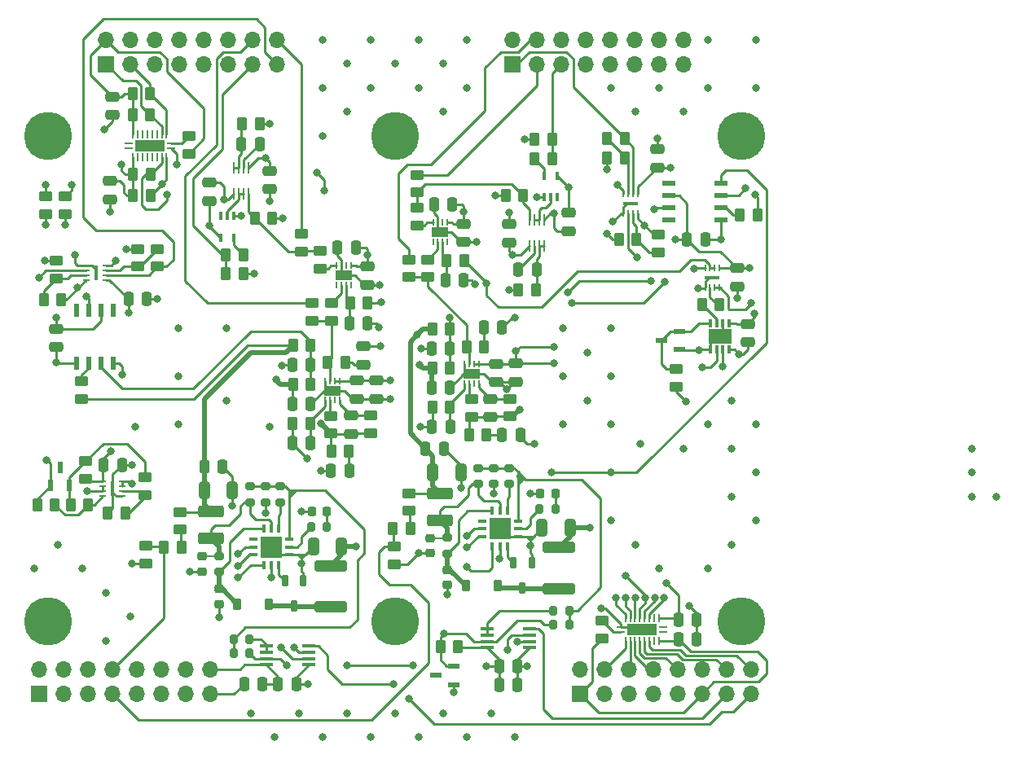
<source format=gbr>
%TF.GenerationSoftware,KiCad,Pcbnew,7.0.11*%
%TF.CreationDate,2024-12-11T15:28:39-03:00*%
%TF.ProjectId,Placa_DetectorParticulas,506c6163-615f-4446-9574-6563746f7250,rev?*%
%TF.SameCoordinates,Original*%
%TF.FileFunction,Copper,L4,Bot*%
%TF.FilePolarity,Positive*%
%FSLAX46Y46*%
G04 Gerber Fmt 4.6, Leading zero omitted, Abs format (unit mm)*
G04 Created by KiCad (PCBNEW 7.0.11) date 2024-12-11 15:28:39*
%MOMM*%
%LPD*%
G01*
G04 APERTURE LIST*
G04 Aperture macros list*
%AMRoundRect*
0 Rectangle with rounded corners*
0 $1 Rounding radius*
0 $2 $3 $4 $5 $6 $7 $8 $9 X,Y pos of 4 corners*
0 Add a 4 corners polygon primitive as box body*
4,1,4,$2,$3,$4,$5,$6,$7,$8,$9,$2,$3,0*
0 Add four circle primitives for the rounded corners*
1,1,$1+$1,$2,$3*
1,1,$1+$1,$4,$5*
1,1,$1+$1,$6,$7*
1,1,$1+$1,$8,$9*
0 Add four rect primitives between the rounded corners*
20,1,$1+$1,$2,$3,$4,$5,0*
20,1,$1+$1,$4,$5,$6,$7,0*
20,1,$1+$1,$6,$7,$8,$9,0*
20,1,$1+$1,$8,$9,$2,$3,0*%
G04 Aperture macros list end*
%TA.AperFunction,ComponentPad*%
%ADD10R,1.700000X1.700000*%
%TD*%
%TA.AperFunction,ComponentPad*%
%ADD11O,1.700000X1.700000*%
%TD*%
%TA.AperFunction,ComponentPad*%
%ADD12C,5.000000*%
%TD*%
%TA.AperFunction,SMDPad,CuDef*%
%ADD13RoundRect,0.162500X-0.162500X0.447500X-0.162500X-0.447500X0.162500X-0.447500X0.162500X0.447500X0*%
%TD*%
%TA.AperFunction,SMDPad,CuDef*%
%ADD14RoundRect,0.250000X-0.262500X-0.450000X0.262500X-0.450000X0.262500X0.450000X-0.262500X0.450000X0*%
%TD*%
%TA.AperFunction,SMDPad,CuDef*%
%ADD15RoundRect,0.200000X-0.275000X0.200000X-0.275000X-0.200000X0.275000X-0.200000X0.275000X0.200000X0*%
%TD*%
%TA.AperFunction,SMDPad,CuDef*%
%ADD16RoundRect,0.250000X0.450000X-0.262500X0.450000X0.262500X-0.450000X0.262500X-0.450000X-0.262500X0*%
%TD*%
%TA.AperFunction,SMDPad,CuDef*%
%ADD17R,1.327899X0.431000*%
%TD*%
%TA.AperFunction,SMDPad,CuDef*%
%ADD18RoundRect,0.250000X-0.325000X-0.650000X0.325000X-0.650000X0.325000X0.650000X-0.325000X0.650000X0*%
%TD*%
%TA.AperFunction,SMDPad,CuDef*%
%ADD19RoundRect,0.250000X-0.475000X0.250000X-0.475000X-0.250000X0.475000X-0.250000X0.475000X0.250000X0*%
%TD*%
%TA.AperFunction,SMDPad,CuDef*%
%ADD20RoundRect,0.250000X0.262500X0.450000X-0.262500X0.450000X-0.262500X-0.450000X0.262500X-0.450000X0*%
%TD*%
%TA.AperFunction,SMDPad,CuDef*%
%ADD21RoundRect,0.250000X-0.450000X0.262500X-0.450000X-0.262500X0.450000X-0.262500X0.450000X0.262500X0*%
%TD*%
%TA.AperFunction,SMDPad,CuDef*%
%ADD22RoundRect,0.250000X-0.250000X-0.475000X0.250000X-0.475000X0.250000X0.475000X-0.250000X0.475000X0*%
%TD*%
%TA.AperFunction,SMDPad,CuDef*%
%ADD23RoundRect,0.225000X-0.225000X-0.375000X0.225000X-0.375000X0.225000X0.375000X-0.225000X0.375000X0*%
%TD*%
%TA.AperFunction,SMDPad,CuDef*%
%ADD24RoundRect,0.225000X-0.225000X-0.250000X0.225000X-0.250000X0.225000X0.250000X-0.225000X0.250000X0*%
%TD*%
%TA.AperFunction,SMDPad,CuDef*%
%ADD25RoundRect,0.250000X0.250000X0.475000X-0.250000X0.475000X-0.250000X-0.475000X0.250000X-0.475000X0*%
%TD*%
%TA.AperFunction,SMDPad,CuDef*%
%ADD26R,1.311200X0.560800*%
%TD*%
%TA.AperFunction,SMDPad,CuDef*%
%ADD27RoundRect,0.250000X1.075000X-0.375000X1.075000X0.375000X-1.075000X0.375000X-1.075000X-0.375000X0*%
%TD*%
%TA.AperFunction,SMDPad,CuDef*%
%ADD28R,0.807999X0.254800*%
%TD*%
%TA.AperFunction,SMDPad,CuDef*%
%ADD29R,0.254800X0.807999*%
%TD*%
%TA.AperFunction,SMDPad,CuDef*%
%ADD30R,3.149600X1.143000*%
%TD*%
%TA.AperFunction,SMDPad,CuDef*%
%ADD31R,0.960399X0.305600*%
%TD*%
%TA.AperFunction,SMDPad,CuDef*%
%ADD32R,0.305600X0.960399*%
%TD*%
%TA.AperFunction,SMDPad,CuDef*%
%ADD33R,2.260600X2.260600*%
%TD*%
%TA.AperFunction,SMDPad,CuDef*%
%ADD34R,0.254000X0.711200*%
%TD*%
%TA.AperFunction,SMDPad,CuDef*%
%ADD35R,1.701800X0.990600*%
%TD*%
%TA.AperFunction,SMDPad,CuDef*%
%ADD36R,0.304800X0.863600*%
%TD*%
%TA.AperFunction,SMDPad,CuDef*%
%ADD37R,2.413000X1.600200*%
%TD*%
%TA.AperFunction,SMDPad,CuDef*%
%ADD38RoundRect,0.225000X-0.250000X0.225000X-0.250000X-0.225000X0.250000X-0.225000X0.250000X0.225000X0*%
%TD*%
%TA.AperFunction,SMDPad,CuDef*%
%ADD39R,0.304800X0.845299*%
%TD*%
%TA.AperFunction,SMDPad,CuDef*%
%ADD40RoundRect,0.200000X0.275000X-0.200000X0.275000X0.200000X-0.275000X0.200000X-0.275000X-0.200000X0*%
%TD*%
%TA.AperFunction,SMDPad,CuDef*%
%ADD41R,0.736600X0.254000*%
%TD*%
%TA.AperFunction,SMDPad,CuDef*%
%ADD42R,0.457200X1.600200*%
%TD*%
%TA.AperFunction,SMDPad,CuDef*%
%ADD43RoundRect,0.200000X-0.200000X-0.275000X0.200000X-0.275000X0.200000X0.275000X-0.200000X0.275000X0*%
%TD*%
%TA.AperFunction,SMDPad,CuDef*%
%ADD44R,0.254000X0.660400*%
%TD*%
%TA.AperFunction,SMDPad,CuDef*%
%ADD45R,0.279400X1.207999*%
%TD*%
%TA.AperFunction,SMDPad,CuDef*%
%ADD46R,0.254000X0.736600*%
%TD*%
%TA.AperFunction,SMDPad,CuDef*%
%ADD47R,1.600200X0.457200*%
%TD*%
%TA.AperFunction,SMDPad,CuDef*%
%ADD48RoundRect,0.250000X0.325000X0.650000X-0.325000X0.650000X-0.325000X-0.650000X0.325000X-0.650000X0*%
%TD*%
%TA.AperFunction,SMDPad,CuDef*%
%ADD49R,1.299999X0.570000*%
%TD*%
%TA.AperFunction,SMDPad,CuDef*%
%ADD50RoundRect,0.250000X0.475000X-0.250000X0.475000X0.250000X-0.475000X0.250000X-0.475000X-0.250000X0*%
%TD*%
%TA.AperFunction,SMDPad,CuDef*%
%ADD51RoundRect,0.250000X-1.450000X0.312500X-1.450000X-0.312500X1.450000X-0.312500X1.450000X0.312500X0*%
%TD*%
%TA.AperFunction,SMDPad,CuDef*%
%ADD52R,0.558000X1.454899*%
%TD*%
%TA.AperFunction,SMDPad,CuDef*%
%ADD53R,1.454899X0.558000*%
%TD*%
%TA.AperFunction,SMDPad,CuDef*%
%ADD54RoundRect,0.200000X0.200000X0.275000X-0.200000X0.275000X-0.200000X-0.275000X0.200000X-0.275000X0*%
%TD*%
%TA.AperFunction,SMDPad,CuDef*%
%ADD55R,0.570000X1.299999*%
%TD*%
%TA.AperFunction,ViaPad*%
%ADD56C,0.800000*%
%TD*%
%TA.AperFunction,Conductor*%
%ADD57C,0.500000*%
%TD*%
%TA.AperFunction,Conductor*%
%ADD58C,0.250000*%
%TD*%
%TA.AperFunction,Conductor*%
%ADD59C,0.200000*%
%TD*%
G04 APERTURE END LIST*
D10*
%TO.P,J4,1,Pin_1*%
%TO.N,+3.3VP*%
X109220000Y-138000000D03*
D11*
%TO.P,J4,2,Pin_2*%
%TO.N,unconnected-(J4-Pin_2-Pad2)*%
X109220000Y-135460000D03*
%TO.P,J4,3,Pin_3*%
%TO.N,MAX2_nCS*%
X111760000Y-138000000D03*
%TO.P,J4,4,Pin_4*%
%TO.N,SPI3V_MAX2_nCS*%
X111760000Y-135460000D03*
%TO.P,J4,5,Pin_5*%
%TO.N,MAX1_nCS*%
X114300000Y-138000000D03*
%TO.P,J4,6,Pin_6*%
%TO.N,SPI3V_MAX1_nCS*%
X114300000Y-135460000D03*
%TO.P,J4,7,Pin_7*%
%TO.N,MAX1_MOSI*%
X116840000Y-138000000D03*
%TO.P,J4,8,Pin_8*%
%TO.N,SPI3V_MOSI*%
X116840000Y-135460000D03*
%TO.P,J4,9,Pin_9*%
%TO.N,MAX1_SCK*%
X119380000Y-138000000D03*
%TO.P,J4,10,Pin_10*%
%TO.N,SPI3V_SCK*%
X119380000Y-135460000D03*
%TO.P,J4,11,Pin_11*%
%TO.N,+3.3VP*%
X121920000Y-138000000D03*
%TO.P,J4,12,Pin_12*%
%TO.N,SPI3V_MISO*%
X121920000Y-135460000D03*
%TO.P,J4,13,Pin_13*%
%TO.N,DAC2_nCS*%
X124460000Y-138000000D03*
%TO.P,J4,14,Pin_14*%
%TO.N,SPI3V_DAC2_nCS*%
X124460000Y-135460000D03*
%TO.P,J4,15,Pin_15*%
%TO.N,DAC1_nCS*%
X127000000Y-138000000D03*
%TO.P,J4,16,Pin_16*%
%TO.N,SPI3V_DAC1_nCS*%
X127000000Y-135460000D03*
%TD*%
D10*
%TO.P,J2,1,Pin_1*%
%TO.N,I2C3V_SDA*%
X60000000Y-72540000D03*
D11*
%TO.P,J2,2,Pin_2*%
%TO.N,+3.3VA*%
X60000000Y-70000000D03*
%TO.P,J2,3,Pin_3*%
%TO.N,I2C3V_SCL*%
X62540000Y-72540000D03*
%TO.P,J2,4,Pin_4*%
%TO.N,LED_SIPM1*%
X62540000Y-70000000D03*
%TO.P,J2,5,Pin_5*%
%TO.N,I2C5V_SDA*%
X65080000Y-72540000D03*
%TO.P,J2,6,Pin_6*%
%TO.N,LED_SIPM2*%
X65080000Y-70000000D03*
%TO.P,J2,7,Pin_7*%
%TO.N,I2C5V_SCL*%
X67620000Y-72540000D03*
%TO.P,J2,8,Pin_8*%
%TO.N,unconnected-(J2-Pin_8-Pad8)*%
X67620000Y-70000000D03*
%TO.P,J2,9,Pin_9*%
%TO.N,unconnected-(J2-Pin_9-Pad9)*%
X70160000Y-72540000D03*
%TO.P,J2,10,Pin_10*%
%TO.N,unconnected-(J2-Pin_10-Pad10)*%
X70160000Y-70000000D03*
%TO.P,J2,11,Pin_11*%
%TO.N,unconnected-(J2-Pin_11-Pad11)*%
X72700000Y-72540000D03*
%TO.P,J2,12,Pin_12*%
%TO.N,unconnected-(J2-Pin_12-Pad12)*%
X72700000Y-70000000D03*
%TO.P,J2,13,Pin_13*%
%TO.N,PULSO1_EXT*%
X75240000Y-72540000D03*
%TO.P,J2,14,Pin_14*%
%TO.N,PULSO1_SENSE*%
X75240000Y-70000000D03*
%TO.P,J2,15,Pin_15*%
%TO.N,VCurrOut1*%
X77780000Y-72540000D03*
%TO.P,J2,16,Pin_16*%
%TO.N,PULSO1_FOUT5V*%
X77780000Y-70000000D03*
%TD*%
D12*
%TO.P,U17,1*%
%TO.N,unconnected-(U17-Pad1)*%
X54000000Y-80000000D03*
%TO.P,U17,2*%
%TO.N,unconnected-(U17-Pad2)*%
X90000000Y-80000000D03*
%TO.P,U17,3*%
%TO.N,unconnected-(U17-Pad3)*%
X126000000Y-80000000D03*
%TO.P,U17,4*%
%TO.N,unconnected-(U17-Pad4)*%
X54000000Y-130500000D03*
%TO.P,U17,5*%
%TO.N,unconnected-(U17-Pad5)*%
X90000000Y-130500000D03*
%TO.P,U17,6*%
%TO.N,unconnected-(U17-Pad6)*%
X126000000Y-130500000D03*
%TD*%
D10*
%TO.P,J1,1,Pin_1*%
%TO.N,+3.3V*%
X53000000Y-138000000D03*
D11*
%TO.P,J1,2,Pin_2*%
X53000000Y-135460000D03*
%TO.P,J1,3,Pin_3*%
%TO.N,unconnected-(J1-Pin_3-Pad3)*%
X55540000Y-138000000D03*
%TO.P,J1,4,Pin_4*%
%TO.N,unconnected-(J1-Pin_4-Pad4)*%
X55540000Y-135460000D03*
%TO.P,J1,5,Pin_5*%
%TO.N,GND*%
X58080000Y-138000000D03*
%TO.P,J1,6,Pin_6*%
X58080000Y-135460000D03*
%TO.P,J1,7,Pin_7*%
%TO.N,MAX2_VSense*%
X60620000Y-138000000D03*
%TO.P,J1,8,Pin_8*%
%TO.N,MAX1_VSense*%
X60620000Y-135460000D03*
%TO.P,J1,9,Pin_9*%
%TO.N,+5V*%
X63160000Y-138000000D03*
%TO.P,J1,10,Pin_10*%
%TO.N,GND*%
X63160000Y-135460000D03*
%TO.P,J1,11,Pin_11*%
X65700000Y-138000000D03*
%TO.P,J1,12,Pin_12*%
%TO.N,+5V*%
X65700000Y-135460000D03*
%TO.P,J1,13,Pin_13*%
X68240000Y-138000000D03*
%TO.P,J1,14,Pin_14*%
%TO.N,GND*%
X68240000Y-135460000D03*
%TO.P,J1,15,Pin_15*%
X70780000Y-138000000D03*
%TO.P,J1,16,Pin_16*%
%TO.N,+5V*%
X70780000Y-135460000D03*
%TD*%
D10*
%TO.P,J3,1,Pin_1*%
%TO.N,VCurrOut2*%
X102220000Y-72540000D03*
D11*
%TO.P,J3,2,Pin_2*%
%TO.N,unconnected-(J3-Pin_2-Pad2)*%
X102220000Y-70000000D03*
%TO.P,J3,3,Pin_3*%
%TO.N,PULSO2_FOUT5V*%
X104760000Y-72540000D03*
%TO.P,J3,4,Pin_4*%
%TO.N,PULSO2_SENSE*%
X104760000Y-70000000D03*
%TO.P,J3,5,Pin_5*%
%TO.N,PULSO2_EXT*%
X107300000Y-72540000D03*
%TO.P,J3,6,Pin_6*%
%TO.N,unconnected-(J3-Pin_6-Pad6)*%
X107300000Y-70000000D03*
%TO.P,J3,7,Pin_7*%
%TO.N,unconnected-(J3-Pin_7-Pad7)*%
X109840000Y-72540000D03*
%TO.P,J3,8,Pin_8*%
%TO.N,unconnected-(J3-Pin_8-Pad8)*%
X109840000Y-70000000D03*
%TO.P,J3,9,Pin_9*%
%TO.N,GND*%
X112380000Y-72540000D03*
%TO.P,J3,10,Pin_10*%
%TO.N,unconnected-(J3-Pin_10-Pad10)*%
X112380000Y-70000000D03*
%TO.P,J3,11,Pin_11*%
%TO.N,GND*%
X114920000Y-72540000D03*
%TO.P,J3,12,Pin_12*%
%TO.N,unconnected-(J3-Pin_12-Pad12)*%
X114920000Y-70000000D03*
%TO.P,J3,13,Pin_13*%
%TO.N,unconnected-(J3-Pin_13-Pad13)*%
X117460000Y-72540000D03*
%TO.P,J3,14,Pin_14*%
%TO.N,unconnected-(J3-Pin_14-Pad14)*%
X117460000Y-70000000D03*
%TO.P,J3,15,Pin_15*%
%TO.N,unconnected-(J3-Pin_15-Pad15)*%
X120000000Y-72540000D03*
%TO.P,J3,16,Pin_16*%
%TO.N,unconnected-(J3-Pin_16-Pad16)*%
X120000000Y-70000000D03*
%TD*%
D13*
%TO.P,Q2,1,G*%
%TO.N,MAX2_GATE*%
X102325000Y-124355000D03*
%TO.P,Q2,2,S*%
%TO.N,GND*%
X104225000Y-124355000D03*
%TO.P,Q2,3,D*%
%TO.N,Net-(D2-A)*%
X103275000Y-126975000D03*
%TD*%
D14*
%TO.P,R32,1*%
%TO.N,Net-(U8-P0W)*%
X121937498Y-97568000D03*
%TO.P,R32,2*%
%TO.N,Net-(U9-IN1+)*%
X123762498Y-97568000D03*
%TD*%
D15*
%TO.P,R43,1*%
%TO.N,MAX1_FB*%
X76525000Y-116425000D03*
%TO.P,R43,2*%
%TO.N,GND*%
X76525000Y-118075000D03*
%TD*%
D16*
%TO.P,R28,1*%
%TO.N,PULSO2*%
X93450000Y-94662500D03*
%TO.P,R28,2*%
%TO.N,Net-(U7-IN+)*%
X93450000Y-92837500D03*
%TD*%
D17*
%TO.P,U26,1,VDD*%
%TO.N,+5V*%
X76650000Y-135000000D03*
%TO.P,U26,2,VREF*%
%TO.N,2.5VRef*%
X76650000Y-134350002D03*
%TO.P,U26,3,VFB*%
%TO.N,Net-(U26-VFB)*%
X76650000Y-133700000D03*
%TO.P,U26,4,VOUT*%
X76650000Y-133050002D03*
%TO.P,U26,5,\u002ASYNC*%
%TO.N,DAC1_nCS*%
X81076696Y-133050002D03*
%TO.P,U26,6,SCLK*%
%TO.N,MAX1_SCK*%
X81076696Y-133700000D03*
%TO.P,U26,7,DIN*%
%TO.N,MAX1_MOSI*%
X81076696Y-134350002D03*
%TO.P,U26,8,GND*%
%TO.N,GND*%
X81076696Y-135000000D03*
%TD*%
D18*
%TO.P,C37,1*%
%TO.N,MAX2_VPol*%
X93925000Y-114975000D03*
%TO.P,C37,2*%
%TO.N,GND*%
X96875000Y-114975000D03*
%TD*%
D19*
%TO.P,C19,1*%
%TO.N,+5V*%
X87150001Y-93571700D03*
%TO.P,C19,2*%
%TO.N,GND*%
X87150001Y-95471700D03*
%TD*%
D20*
%TO.P,R77,1*%
%TO.N,+5V*%
X96562500Y-133100000D03*
%TO.P,R77,2*%
%TO.N,2.5VRef*%
X94737500Y-133100000D03*
%TD*%
D21*
%TO.P,R57,1*%
%TO.N,GND*%
X63314674Y-91759400D03*
%TO.P,R57,2*%
%TO.N,Net-(U3-IN2-)*%
X63314674Y-93584400D03*
%TD*%
D16*
%TO.P,R66,1*%
%TO.N,PULSO2_COMP*%
X92300000Y-85862500D03*
%TO.P,R66,2*%
%TO.N,PULSO2_FOUT5V*%
X92300000Y-84037500D03*
%TD*%
D22*
%TO.P,C55,1*%
%TO.N,+5V*%
X100850000Y-137100000D03*
%TO.P,C55,2*%
%TO.N,GND*%
X102750000Y-137100000D03*
%TD*%
D23*
%TO.P,D2,1,K*%
%TO.N,MAX2_CS+*%
X97375000Y-126775000D03*
%TO.P,D2,2,A*%
%TO.N,Net-(D2-A)*%
X100675000Y-126775000D03*
%TD*%
D16*
%TO.P,R61,1*%
%TO.N,Net-(U5-IN1-)*%
X117375000Y-92112500D03*
%TO.P,R61,2*%
%TO.N,Net-(U5-IN2+)*%
X117375000Y-90287500D03*
%TD*%
D24*
%TO.P,C33,1*%
%TO.N,GND*%
X105125000Y-117175000D03*
%TO.P,C33,2*%
%TO.N,Net-(C33-Pad2)*%
X106675000Y-117175000D03*
%TD*%
D25*
%TO.P,C7,1*%
%TO.N,GND*%
X81250252Y-107868876D03*
%TO.P,C7,2*%
%TO.N,SIPM1_CA*%
X79350252Y-107868876D03*
%TD*%
D16*
%TO.P,R67,1*%
%TO.N,PULSO1_COMP*%
X80300000Y-92025000D03*
%TO.P,R67,2*%
%TO.N,PULSO1_FOUT5V*%
X80300000Y-90200000D03*
%TD*%
D19*
%TO.P,C52,1*%
%TO.N,+5V*%
X102600000Y-103650000D03*
%TO.P,C52,2*%
%TO.N,GND*%
X102600000Y-105550000D03*
%TD*%
D26*
%TO.P,U27,1,V+*%
%TO.N,2.5VRef*%
X96150000Y-135135002D03*
%TO.P,U27,2,V-*%
%TO.N,GND*%
X96150000Y-137050000D03*
%TO.P,U27,3,NC*%
%TO.N,unconnected-(U27-NC-Pad3)*%
X94245000Y-136092501D03*
%TD*%
D14*
%TO.P,R16,1*%
%TO.N,Net-(U25-V+)*%
X56325000Y-118350000D03*
%TO.P,R16,2*%
%TO.N,Net-(U23-IN2+)*%
X58150000Y-118350000D03*
%TD*%
%TO.P,R64,1*%
%TO.N,MAX1_VPol*%
X79405252Y-101788876D03*
%TO.P,R64,2*%
%TO.N,S1C-*%
X81230252Y-101788876D03*
%TD*%
D19*
%TO.P,C22,1*%
%TO.N,+5V*%
X97171700Y-89121700D03*
%TO.P,C22,2*%
%TO.N,GND*%
X97171700Y-91021700D03*
%TD*%
D16*
%TO.P,R73,1*%
%TO.N,Net-(D4-A)*%
X55750000Y-88125000D03*
%TO.P,R73,2*%
%TO.N,LED_SIPM2*%
X55750000Y-86300000D03*
%TD*%
D22*
%TO.P,C39,1*%
%TO.N,+5V*%
X62314674Y-96959400D03*
%TO.P,C39,2*%
%TO.N,GND*%
X64214674Y-96959400D03*
%TD*%
D19*
%TO.P,C51,1*%
%TO.N,+5V*%
X88100252Y-105418876D03*
%TO.P,C51,2*%
%TO.N,GND*%
X88100252Y-107318876D03*
%TD*%
D21*
%TO.P,R52,1*%
%TO.N,MAX2_VPol*%
X91450000Y-117150000D03*
%TO.P,R52,2*%
%TO.N,Net-(R52-Pad2)*%
X91450000Y-118975000D03*
%TD*%
D27*
%TO.P,L4,1,1*%
%TO.N,MAX2_CS-*%
X94675000Y-119975000D03*
%TO.P,L4,2,2*%
%TO.N,MAX2_VPol*%
X94675000Y-117175000D03*
%TD*%
D14*
%TO.P,R23,1*%
%TO.N,MAX1_VSense*%
X65987500Y-122800000D03*
%TO.P,R23,2*%
%TO.N,Net-(R22-Pad2)*%
X67812500Y-122800000D03*
%TD*%
D28*
%TO.P,U19,1,A1*%
%TO.N,unconnected-(U19-A1-Pad1)*%
X117900000Y-131600000D03*
D29*
%TO.P,U19,2,VCC(A)*%
%TO.N,+3.3VP*%
X117455299Y-132541400D03*
%TO.P,U19,3,A2*%
%TO.N,unconnected-(U19-A2-Pad3)*%
X116955300Y-132541400D03*
%TO.P,U19,4,A3*%
%TO.N,SPI3V_DAC1_nCS*%
X116455301Y-132541400D03*
%TO.P,U19,5,A4*%
%TO.N,SPI3V_DAC2_nCS*%
X115955300Y-132541400D03*
%TO.P,U19,6,A5*%
%TO.N,SPI3V_SCK*%
X115455300Y-132541400D03*
%TO.P,U19,7,A6*%
%TO.N,SPI3V_MOSI*%
X114955299Y-132541400D03*
%TO.P,U19,8,A7*%
%TO.N,SPI3V_MAX1_nCS*%
X114455300Y-132541400D03*
%TO.P,U19,9,A8*%
%TO.N,SPI3V_MAX2_nCS*%
X113955301Y-132541400D03*
D28*
%TO.P,U19,10,OE*%
%TO.N,Net-(U19-OE)*%
X113510600Y-131600000D03*
%TO.P,U19,11,GND*%
%TO.N,GND*%
X113510600Y-131100000D03*
D29*
%TO.P,U19,12,B8*%
%TO.N,MAX2_nCS*%
X113955301Y-130158600D03*
%TO.P,U19,13,B7*%
%TO.N,MAX1_nCS*%
X114455300Y-130158600D03*
%TO.P,U19,14,B6*%
%TO.N,MAX1_MOSI*%
X114955299Y-130158600D03*
%TO.P,U19,15,B5*%
%TO.N,MAX1_SCK*%
X115455300Y-130158600D03*
%TO.P,U19,16,B4*%
%TO.N,DAC2_nCS*%
X115955300Y-130158600D03*
%TO.P,U19,17,B3*%
%TO.N,DAC1_nCS*%
X116455301Y-130158600D03*
%TO.P,U19,18,B2*%
%TO.N,unconnected-(U19-B2-Pad18)*%
X116955300Y-130158600D03*
%TO.P,U19,19,VCC(B)*%
%TO.N,+5V*%
X117455299Y-130158600D03*
D28*
%TO.P,U19,20,B1*%
%TO.N,unconnected-(U19-B1-Pad20)*%
X117900000Y-131100000D03*
D30*
%TO.P,U19,21,GND*%
%TO.N,GND*%
X115705300Y-131350000D03*
%TD*%
D19*
%TO.P,C46,1*%
%TO.N,GND*%
X86700252Y-101868876D03*
%TO.P,C46,2*%
%TO.N,Net-(C46-Pad2)*%
X86700252Y-103768876D03*
%TD*%
D31*
%TO.P,U1,1,SCLK*%
%TO.N,MAX1_SCK*%
X75296000Y-123525000D03*
%TO.P,U1,2,DIN*%
%TO.N,MAX1_MOSI*%
X75296000Y-122724999D03*
%TO.P,U1,3,\u002ACL*%
%TO.N,MAX1_CLpin*%
X75296000Y-121924998D03*
D32*
%TO.P,U1,4,CS+*%
%TO.N,MAX1_CS+*%
X76360499Y-120860499D03*
%TO.P,U1,5,CS-*%
%TO.N,MAX1_CS-*%
X77160500Y-120860499D03*
%TO.P,U1,6,DACOUT*%
%TO.N,MAX1_DACOUT*%
X77960501Y-120860499D03*
D31*
%TO.P,U1,7,FB*%
%TO.N,MAX1_FB*%
X79025000Y-121924998D03*
%TO.P,U1,8,COMP*%
%TO.N,MAX1_COMP*%
X79025000Y-122724999D03*
%TO.P,U1,9,GND*%
%TO.N,GND*%
X79025000Y-123525000D03*
D32*
%TO.P,U1,10,GATE*%
%TO.N,MAX1_GATE*%
X77960501Y-124589499D03*
%TO.P,U1,11,VIN*%
%TO.N,+5V*%
X77160500Y-124589499D03*
%TO.P,U1,12,\u002ACS*%
%TO.N,MAX1_nCS*%
X76360499Y-124589499D03*
D33*
%TO.P,U1,13,EPAD*%
%TO.N,GND*%
X77160500Y-122724999D03*
%TD*%
D19*
%TO.P,C27,1*%
%TO.N,+5V*%
X76950000Y-83646200D03*
%TO.P,C27,2*%
%TO.N,GND*%
X76950000Y-85546200D03*
%TD*%
%TO.P,C24,1*%
%TO.N,+5V*%
X126649998Y-99568000D03*
%TO.P,C24,2*%
%TO.N,GND*%
X126649998Y-101468000D03*
%TD*%
D34*
%TO.P,U2,1,FB*%
%TO.N,Net-(U2-FB)*%
X84250252Y-107475476D03*
%TO.P,U2,2,NC*%
%TO.N,unconnected-(U2-NC-Pad2)*%
X83750126Y-107475476D03*
%TO.P,U2,3,IN-*%
%TO.N,Net-(U2-IN-)*%
X83250000Y-107475476D03*
%TO.P,U2,4,IN+*%
%TO.N,Net-(U2-IN+)*%
X82749874Y-107475476D03*
%TO.P,U2,5,VS-*%
%TO.N,GND*%
X82749874Y-105468876D03*
%TO.P,U2,6,OUT*%
%TO.N,PULSO1*%
X83250000Y-105468876D03*
%TO.P,U2,7,VS+*%
%TO.N,+5V*%
X83750126Y-105468876D03*
%TO.P,U2,8,\u002APD*%
X84250252Y-105468876D03*
D35*
%TO.P,U2,9,EPAD*%
%TO.N,GND*%
X83500063Y-106472176D03*
%TD*%
D19*
%TO.P,C25,1*%
%TO.N,+5V*%
X125549998Y-93768000D03*
%TO.P,C25,2*%
%TO.N,GND*%
X125549998Y-95668000D03*
%TD*%
D14*
%TO.P,R40,1*%
%TO.N,GND*%
X102850000Y-95978800D03*
%TO.P,R40,2*%
%TO.N,Net-(U13-2A)*%
X104675000Y-95978800D03*
%TD*%
D36*
%TO.P,U8,1,HVC/A0*%
%TO.N,GND*%
X124749998Y-102211200D03*
%TO.P,U8,2,SCL*%
%TO.N,I2C5V_SCL*%
X124100000Y-102211200D03*
%TO.P,U8,3,SDA*%
%TO.N,I2C5V_SDA*%
X123449998Y-102211200D03*
%TO.P,U8,4,VSS*%
%TO.N,GND*%
X122800000Y-102211200D03*
%TO.P,U8,5,P0A*%
%TO.N,Net-(U21-NC)*%
X122800000Y-99468000D03*
%TO.P,U8,6,P0W*%
%TO.N,Net-(U8-P0W)*%
X123449998Y-99468000D03*
%TO.P,U8,7,POB*%
%TO.N,GND*%
X124100000Y-99468000D03*
%TO.P,U8,8,VDD*%
%TO.N,+5V*%
X124749998Y-99468000D03*
D37*
%TO.P,U8,9,EP*%
%TO.N,GND*%
X123774999Y-100839600D03*
%TD*%
D38*
%TO.P,C36,1*%
%TO.N,MAX2_CS-*%
X93675000Y-121825000D03*
%TO.P,C36,2*%
%TO.N,GND*%
X93675000Y-123375000D03*
%TD*%
D39*
%TO.P,U10,1,NC*%
%TO.N,unconnected-(U10-NC-Pad1)*%
X71950000Y-88346200D03*
%TO.P,U10,2,A*%
%TO.N,Net-(U10-A)*%
X72599999Y-88346200D03*
%TO.P,U10,3,GND*%
%TO.N,GND*%
X73249998Y-88346200D03*
%TO.P,U10,4,Y*%
%TO.N,Net-(U10-Y)*%
X73249998Y-90588502D03*
%TO.P,U10,5,VCC*%
%TO.N,+5V*%
X71950000Y-90588502D03*
%TD*%
D20*
%TO.P,R31,1*%
%TO.N,I2C5V_SCL*%
X64600001Y-86208600D03*
%TO.P,R31,2*%
%TO.N,+5V*%
X62775001Y-86208600D03*
%TD*%
D28*
%TO.P,U18,1,A1*%
%TO.N,unconnected-(U18-A1-Pad1)*%
X62330300Y-80750000D03*
D29*
%TO.P,U18,2,VCC(A)*%
%TO.N,+3.3VA*%
X62775001Y-79808600D03*
%TO.P,U18,3,A2*%
%TO.N,unconnected-(U18-A2-Pad3)*%
X63275000Y-79808600D03*
%TO.P,U18,4,A3*%
%TO.N,unconnected-(U18-A3-Pad4)*%
X63774999Y-79808600D03*
%TO.P,U18,5,A4*%
%TO.N,unconnected-(U18-A4-Pad5)*%
X64275000Y-79808600D03*
%TO.P,U18,6,A5*%
%TO.N,unconnected-(U18-A5-Pad6)*%
X64775000Y-79808600D03*
%TO.P,U18,7,A6*%
%TO.N,unconnected-(U18-A6-Pad7)*%
X65275001Y-79808600D03*
%TO.P,U18,8,A7*%
%TO.N,I2C3V_SDA*%
X65775000Y-79808600D03*
%TO.P,U18,9,A8*%
%TO.N,I2C3V_SCL*%
X66274999Y-79808600D03*
D28*
%TO.P,U18,10,OE*%
%TO.N,Net-(U18-OE)*%
X66719700Y-80750000D03*
%TO.P,U18,11,GND*%
%TO.N,GND*%
X66719700Y-81250000D03*
D29*
%TO.P,U18,12,B8*%
%TO.N,I2C5V_SCL*%
X66274999Y-82191400D03*
%TO.P,U18,13,B7*%
%TO.N,I2C5V_SDA*%
X65775000Y-82191400D03*
%TO.P,U18,14,B6*%
%TO.N,unconnected-(U18-B6-Pad14)*%
X65275001Y-82191400D03*
%TO.P,U18,15,B5*%
%TO.N,unconnected-(U18-B5-Pad15)*%
X64775000Y-82191400D03*
%TO.P,U18,16,B4*%
%TO.N,unconnected-(U18-B4-Pad16)*%
X64275000Y-82191400D03*
%TO.P,U18,17,B3*%
%TO.N,unconnected-(U18-B3-Pad17)*%
X63774999Y-82191400D03*
%TO.P,U18,18,B2*%
%TO.N,unconnected-(U18-B2-Pad18)*%
X63275000Y-82191400D03*
%TO.P,U18,19,VCC(B)*%
%TO.N,+5V*%
X62775001Y-82191400D03*
D28*
%TO.P,U18,20,B1*%
%TO.N,unconnected-(U18-B1-Pad20)*%
X62330300Y-81250000D03*
D30*
%TO.P,U18,21,EPAD*%
%TO.N,unconnected-(U18-EPAD-Pad21)*%
X64525000Y-81000000D03*
%TD*%
D16*
%TO.P,R29,1*%
%TO.N,Net-(U7-OUT)*%
X92271700Y-89321700D03*
%TO.P,R29,2*%
%TO.N,PULSO2_COMP*%
X92271700Y-87496700D03*
%TD*%
D19*
%TO.P,C43,1*%
%TO.N,+5V*%
X60425000Y-84700000D03*
%TO.P,C43,2*%
%TO.N,GND*%
X60425000Y-86600000D03*
%TD*%
D40*
%TO.P,R3,1*%
%TO.N,MAX1_CS+*%
X71725000Y-125325000D03*
%TO.P,R3,2*%
%TO.N,MAX1_CS-*%
X71725000Y-123675000D03*
%TD*%
D22*
%TO.P,C44,1*%
%TO.N,+3.3VP*%
X119450000Y-132300000D03*
%TO.P,C44,2*%
%TO.N,GND*%
X121350000Y-132300000D03*
%TD*%
D41*
%TO.P,U23,1,OUT1*%
%TO.N,V0.6REF*%
X61682000Y-115950000D03*
%TO.P,U23,2,IN1-*%
X61682000Y-116450001D03*
%TO.P,U23,3,IN1+*%
%TO.N,Net-(U23-IN1+)*%
X61682000Y-116950001D03*
%TO.P,U23,4,VCC-*%
%TO.N,GND*%
X61682000Y-117450002D03*
%TO.P,U23,5,IN2+*%
%TO.N,Net-(U23-IN2+)*%
X59650000Y-117450002D03*
%TO.P,U23,6,IN2-*%
%TO.N,V3.5REF*%
X59650000Y-116950001D03*
%TO.P,U23,7,OUT2*%
X59650000Y-116450001D03*
%TO.P,U23,8,VCC+*%
%TO.N,+5V*%
X59650000Y-115950000D03*
D42*
%TO.P,U23,9,VCC-*%
%TO.N,GND*%
X60666000Y-116700001D03*
%TD*%
D25*
%TO.P,C28,1*%
%TO.N,Net-(U11-1Y)*%
X75950000Y-80846200D03*
%TO.P,C28,2*%
%TO.N,Net-(U11-2A)*%
X74050000Y-80846200D03*
%TD*%
D43*
%TO.P,R74,1*%
%TO.N,MAX1_FB*%
X73250000Y-132300000D03*
%TO.P,R74,2*%
%TO.N,Net-(U26-VFB)*%
X74900000Y-132300000D03*
%TD*%
D22*
%TO.P,C40,1*%
%TO.N,+5V*%
X120375000Y-90800000D03*
%TO.P,C40,2*%
%TO.N,GND*%
X122275000Y-90800000D03*
%TD*%
D31*
%TO.P,U20,1,SCLK*%
%TO.N,MAX1_SCK*%
X99046000Y-121625000D03*
%TO.P,U20,2,DIN*%
%TO.N,MAX1_MOSI*%
X99046000Y-120824999D03*
%TO.P,U20,3,\u002ACL*%
%TO.N,MAX2_CLpin*%
X99046000Y-120024998D03*
D32*
%TO.P,U20,4,CS+*%
%TO.N,MAX2_CS+*%
X100110499Y-118960499D03*
%TO.P,U20,5,CS-*%
%TO.N,MAX2_CS-*%
X100910500Y-118960499D03*
%TO.P,U20,6,DACOUT*%
%TO.N,MAX2_DACOUT*%
X101710501Y-118960499D03*
D31*
%TO.P,U20,7,FB*%
%TO.N,MAX2_FB*%
X102775000Y-120024998D03*
%TO.P,U20,8,COMP*%
%TO.N,MAX2_COMP*%
X102775000Y-120824999D03*
%TO.P,U20,9,GND*%
%TO.N,GND*%
X102775000Y-121625000D03*
D32*
%TO.P,U20,10,GATE*%
%TO.N,MAX2_GATE*%
X101710501Y-122689499D03*
%TO.P,U20,11,VIN*%
%TO.N,+5V*%
X100910500Y-122689499D03*
%TO.P,U20,12,\u002ACS*%
%TO.N,MAX2_nCS*%
X100110499Y-122689499D03*
D33*
%TO.P,U20,13,EPAD*%
%TO.N,GND*%
X100910500Y-120824999D03*
%TD*%
D22*
%TO.P,C50,1*%
%TO.N,+5V*%
X59750000Y-114200000D03*
%TO.P,C50,2*%
%TO.N,GND*%
X61650000Y-114200000D03*
%TD*%
D20*
%TO.P,R27,1*%
%TO.N,VREF*%
X97196700Y-92921700D03*
%TO.P,R27,2*%
%TO.N,Net-(U7-IN-)*%
X95371700Y-92921700D03*
%TD*%
D16*
%TO.P,R25,1*%
%TO.N,PULSO1*%
X83400000Y-99212500D03*
%TO.P,R25,2*%
%TO.N,Net-(U6-IN+)*%
X83400000Y-97387500D03*
%TD*%
D22*
%TO.P,C53,1*%
%TO.N,+5V*%
X77850000Y-136950000D03*
%TO.P,C53,2*%
%TO.N,GND*%
X79750000Y-136950000D03*
%TD*%
D17*
%TO.P,U28,1,VDD*%
%TO.N,+5V*%
X99573304Y-133200000D03*
%TO.P,U28,2,VREF*%
%TO.N,2.5VRef*%
X99573304Y-132550002D03*
%TO.P,U28,3,VFB*%
%TO.N,Net-(U28-VFB)*%
X99573304Y-131900000D03*
%TO.P,U28,4,VOUT*%
X99573304Y-131250002D03*
%TO.P,U28,5,\u002ASYNC*%
%TO.N,DAC2_nCS*%
X104000000Y-131250002D03*
%TO.P,U28,6,SCLK*%
%TO.N,MAX1_SCK*%
X104000000Y-131900000D03*
%TO.P,U28,7,DIN*%
%TO.N,MAX1_MOSI*%
X104000000Y-132550002D03*
%TO.P,U28,8,GND*%
%TO.N,GND*%
X104000000Y-133200000D03*
%TD*%
D16*
%TO.P,R26,1*%
%TO.N,Net-(U6-OUT)*%
X82250001Y-93771700D03*
%TO.P,R26,2*%
%TO.N,PULSO1_COMP*%
X82250001Y-91946700D03*
%TD*%
D44*
%TO.P,U7,1,NC*%
%TO.N,unconnected-(U7-NC-Pad1)*%
X95471700Y-91028300D03*
%TO.P,U7,2,IN-*%
%TO.N,Net-(U7-IN-)*%
X94971699Y-91028300D03*
%TO.P,U7,3,IN+*%
%TO.N,Net-(U7-IN+)*%
X94471699Y-91028300D03*
%TO.P,U7,4,NC*%
%TO.N,unconnected-(U7-NC-Pad4)*%
X93971698Y-91028300D03*
%TO.P,U7,5,OUT*%
%TO.N,Net-(U7-OUT)*%
X93971698Y-89021700D03*
%TO.P,U7,6,VSS-*%
%TO.N,GND*%
X94471699Y-89021700D03*
%TO.P,U7,7,NC*%
%TO.N,unconnected-(U7-NC-Pad7)*%
X94971699Y-89021700D03*
%TO.P,U7,8,VCC+*%
%TO.N,+5V*%
X95471700Y-89021700D03*
D35*
%TO.P,U7,9,EPAD*%
%TO.N,GND*%
X94721699Y-90025000D03*
%TD*%
D21*
%TO.P,R18,1*%
%TO.N,Net-(U25-V+)*%
X64050000Y-115525000D03*
%TO.P,R18,2*%
%TO.N,Net-(U23-IN1+)*%
X64050000Y-117350000D03*
%TD*%
D20*
%TO.P,R19,1*%
%TO.N,Net-(U23-IN1+)*%
X61975000Y-119200000D03*
%TO.P,R19,2*%
%TO.N,GND*%
X60150000Y-119200000D03*
%TD*%
D43*
%TO.P,R1,1*%
%TO.N,MAX1_COMP*%
X81300000Y-120675000D03*
%TO.P,R1,2*%
%TO.N,Net-(C1-Pad2)*%
X82950000Y-120675000D03*
%TD*%
D16*
%TO.P,R58,1*%
%TO.N,VCurrOut1*%
X65314674Y-93584400D03*
%TO.P,R58,2*%
%TO.N,Net-(U3-IN2-)*%
X65314674Y-91759400D03*
%TD*%
D19*
%TO.P,C38,1*%
%TO.N,+5V*%
X54814674Y-100059400D03*
%TO.P,C38,2*%
%TO.N,GND*%
X54814674Y-101959400D03*
%TD*%
D20*
%TO.P,R30,1*%
%TO.N,I2C5V_SDA*%
X64600001Y-84008600D03*
%TO.P,R30,2*%
%TO.N,+5V*%
X62775001Y-84008600D03*
%TD*%
D22*
%TO.P,C49,1*%
%TO.N,MAX1_VPol*%
X70200000Y-114400000D03*
%TO.P,C49,2*%
%TO.N,GND*%
X72100000Y-114400000D03*
%TD*%
D25*
%TO.P,C20,1*%
%TO.N,+5V*%
X85950001Y-91571700D03*
%TO.P,C20,2*%
%TO.N,GND*%
X84050001Y-91571700D03*
%TD*%
D14*
%TO.P,R53,1*%
%TO.N,MAX2_VSense*%
X89787500Y-120850000D03*
%TO.P,R53,2*%
%TO.N,Net-(R52-Pad2)*%
X91612500Y-120850000D03*
%TD*%
D16*
%TO.P,R50,1*%
%TO.N,+3.3VA*%
X68575001Y-81833600D03*
%TO.P,R50,2*%
%TO.N,Net-(U18-OE)*%
X68575001Y-80008600D03*
%TD*%
D40*
%TO.P,R46,1*%
%TO.N,MAX2_CS+*%
X95475000Y-123425000D03*
%TO.P,R46,2*%
%TO.N,MAX2_CS-*%
X95475000Y-121775000D03*
%TD*%
D16*
%TO.P,R68,1*%
%TO.N,+3.3VP*%
X111550000Y-132250000D03*
%TO.P,R68,2*%
%TO.N,Net-(U19-OE)*%
X111550000Y-130425000D03*
%TD*%
D22*
%TO.P,C21,1*%
%TO.N,Net-(U7-IN-)*%
X95271700Y-95021700D03*
%TO.P,C21,2*%
%TO.N,GND*%
X97171700Y-95021700D03*
%TD*%
D21*
%TO.P,R54,1*%
%TO.N,Net-(U22-IN+)*%
X57414674Y-105534400D03*
%TO.P,R54,2*%
%TO.N,MAX1_VPol*%
X57414674Y-107359400D03*
%TD*%
D41*
%TO.P,U3,1,OUT1*%
%TO.N,Net-(U3-IN2+)*%
X57934001Y-94966001D03*
%TO.P,U3,2,IN1-*%
%TO.N,Net-(U3-IN1-)*%
X57934001Y-94466000D03*
%TO.P,U3,3,IN1+*%
%TO.N,VCurrPreAmp1*%
X57934001Y-93966000D03*
%TO.P,U3,4,VCC-*%
%TO.N,GND*%
X57934001Y-93465999D03*
%TO.P,U3,5,IN2+*%
%TO.N,Net-(U3-IN2+)*%
X59966001Y-93465999D03*
%TO.P,U3,6,IN2-*%
%TO.N,Net-(U3-IN2-)*%
X59966001Y-93966000D03*
%TO.P,U3,7,OUT2*%
%TO.N,VCurrOut1*%
X59966001Y-94466000D03*
%TO.P,U3,8,VCC+*%
%TO.N,+5V*%
X59966001Y-94966001D03*
D42*
%TO.P,U3,9,VCC-*%
%TO.N,GND*%
X58950001Y-94216000D03*
%TD*%
D20*
%TO.P,R24,1*%
%TO.N,VREF*%
X87175001Y-97371700D03*
%TO.P,R24,2*%
%TO.N,Net-(U6-IN-)*%
X85350001Y-97371700D03*
%TD*%
%TO.P,R2,1*%
%TO.N,Net-(U2-IN+)*%
X81212752Y-109918876D03*
%TO.P,R2,2*%
%TO.N,V3.5REF*%
X79387752Y-109918876D03*
%TD*%
D38*
%TO.P,C4,1*%
%TO.N,MAX1_CS-*%
X69925000Y-123725000D03*
%TO.P,C4,2*%
%TO.N,GND*%
X69925000Y-125275000D03*
%TD*%
D14*
%TO.P,R7,1*%
%TO.N,SIPM1_AN*%
X83387752Y-112768876D03*
%TO.P,R7,2*%
%TO.N,Net-(C11-Pad2)*%
X85212752Y-112768876D03*
%TD*%
D39*
%TO.P,U12,1,NC*%
%TO.N,unconnected-(U12-NC-Pad1)*%
X106850000Y-86378800D03*
%TO.P,U12,2,A*%
%TO.N,Net-(U12-A)*%
X106200001Y-86378800D03*
%TO.P,U12,3,GND*%
%TO.N,GND*%
X105550002Y-86378800D03*
%TO.P,U12,4,Y*%
%TO.N,Net-(U12-Y)*%
X105550002Y-84136498D03*
%TO.P,U12,5,VCC*%
%TO.N,+5V*%
X106850000Y-84136498D03*
%TD*%
D40*
%TO.P,R48,1*%
%TO.N,MAX2_CS-*%
X98675000Y-116175000D03*
%TO.P,R48,2*%
%TO.N,MAX2_FB*%
X98675000Y-114525000D03*
%TD*%
D45*
%TO.P,U13,1,1A*%
%TO.N,PULSO2_COMP*%
X103999999Y-88732600D03*
%TO.P,U13,2,1B*%
%TO.N,Net-(U12-A)*%
X104500000Y-88732600D03*
%TO.P,U13,3,2Y*%
X105000000Y-88732600D03*
%TO.P,U13,4,GND*%
%TO.N,GND*%
X105500001Y-88732600D03*
%TO.P,U13,5,2A*%
%TO.N,Net-(U13-2A)*%
X105500001Y-91425000D03*
%TO.P,U13,6,2B*%
X105000000Y-91425000D03*
%TO.P,U13,7,1Y*%
%TO.N,Net-(U13-1Y)*%
X104500000Y-91425000D03*
%TO.P,U13,8,VCC*%
%TO.N,+5V*%
X103999999Y-91425000D03*
%TD*%
D14*
%TO.P,R59,1*%
%TO.N,Net-(U24-IN+)*%
X125850000Y-88200000D03*
%TO.P,R59,2*%
%TO.N,MAX2_VPol*%
X127675000Y-88200000D03*
%TD*%
D43*
%TO.P,R44,1*%
%TO.N,MAX2_COMP*%
X105050000Y-118775000D03*
%TO.P,R44,2*%
%TO.N,Net-(C33-Pad2)*%
X106700000Y-118775000D03*
%TD*%
D22*
%TO.P,C56,1*%
%TO.N,+5V*%
X100850000Y-135100000D03*
%TO.P,C56,2*%
%TO.N,GND*%
X102750000Y-135100000D03*
%TD*%
D14*
%TO.P,R34,1*%
%TO.N,PULSO1_EXT*%
X72437500Y-92346200D03*
%TO.P,R34,2*%
%TO.N,Net-(U10-Y)*%
X74262500Y-92346200D03*
%TD*%
D22*
%TO.P,C12,1*%
%TO.N,GND*%
X93825126Y-102093400D03*
%TO.P,C12,2*%
%TO.N,S2C-*%
X95725126Y-102093400D03*
%TD*%
%TO.P,C18,1*%
%TO.N,Net-(U6-IN-)*%
X85250001Y-99471700D03*
%TO.P,C18,2*%
%TO.N,GND*%
X87150001Y-99471700D03*
%TD*%
D21*
%TO.P,R22,1*%
%TO.N,MAX1_VPol*%
X67650000Y-119100000D03*
%TO.P,R22,2*%
%TO.N,Net-(R22-Pad2)*%
X67650000Y-120925000D03*
%TD*%
D46*
%TO.P,U9,1,OUT1*%
%TO.N,Net-(U9-IN1-)*%
X123750000Y-95800000D03*
%TO.P,U9,2,IN1-*%
X123249999Y-95800000D03*
%TO.P,U9,3,IN1+*%
%TO.N,Net-(U9-IN1+)*%
X122749999Y-95800000D03*
%TO.P,U9,4,VCC-*%
%TO.N,GND*%
X122249998Y-95800000D03*
%TO.P,U9,5,IN2+*%
%TO.N,Net-(U9-IN1-)*%
X122249998Y-93768000D03*
%TO.P,U9,6,IN2-*%
%TO.N,VREF*%
X122749999Y-93768000D03*
%TO.P,U9,7,OUT2*%
X123249999Y-93768000D03*
%TO.P,U9,8,VCC+*%
%TO.N,+5V*%
X123750000Y-93768000D03*
D47*
%TO.P,U9,9,VCC-*%
%TO.N,GND*%
X122999999Y-94784000D03*
%TD*%
D48*
%TO.P,C34,1*%
%TO.N,+5V*%
X108225000Y-120775000D03*
%TO.P,C34,2*%
%TO.N,GND*%
X105275000Y-120775000D03*
%TD*%
D25*
%TO.P,C14,1*%
%TO.N,GND*%
X103050000Y-111100000D03*
%TO.P,C14,2*%
%TO.N,Net-(C14-Pad2)*%
X101150000Y-111100000D03*
%TD*%
D20*
%TO.P,R63,1*%
%TO.N,VCurrOut2*%
X113900000Y-80300000D03*
%TO.P,R63,2*%
%TO.N,Net-(U5-IN2-)*%
X112075000Y-80300000D03*
%TD*%
D14*
%TO.P,R65,1*%
%TO.N,MAX2_VPol*%
X93880126Y-100063400D03*
%TO.P,R65,2*%
%TO.N,S2C-*%
X95705126Y-100063400D03*
%TD*%
D23*
%TO.P,D1,1,K*%
%TO.N,MAX1_CS+*%
X73625000Y-128675000D03*
%TO.P,D1,2,A*%
%TO.N,Net-(D1-A)*%
X76925000Y-128675000D03*
%TD*%
D22*
%TO.P,C11,1*%
%TO.N,GND*%
X83350252Y-114768876D03*
%TO.P,C11,2*%
%TO.N,Net-(C11-Pad2)*%
X85250252Y-114768876D03*
%TD*%
D16*
%TO.P,R72,1*%
%TO.N,Net-(D3-A)*%
X53700000Y-88125000D03*
%TO.P,R72,2*%
%TO.N,LED_SIPM1*%
X53700000Y-86300000D03*
%TD*%
D22*
%TO.P,C45,1*%
%TO.N,+5V*%
X119450000Y-130308601D03*
%TO.P,C45,2*%
%TO.N,GND*%
X121350000Y-130308601D03*
%TD*%
D25*
%TO.P,C54,1*%
%TO.N,+5V*%
X76250000Y-136950000D03*
%TO.P,C54,2*%
%TO.N,GND*%
X74350000Y-136950000D03*
%TD*%
D14*
%TO.P,R56,1*%
%TO.N,Net-(U3-IN1-)*%
X53502174Y-97059400D03*
%TO.P,R56,2*%
%TO.N,Net-(U3-IN2+)*%
X55327174Y-97059400D03*
%TD*%
D38*
%TO.P,C3,1*%
%TO.N,MAX1_CS+*%
X71725000Y-127125000D03*
%TO.P,C3,2*%
%TO.N,GND*%
X71725000Y-128675000D03*
%TD*%
D22*
%TO.P,C16,1*%
%TO.N,V3.5REF*%
X93850000Y-110250000D03*
%TO.P,C16,2*%
%TO.N,Net-(U4-IN+)*%
X95750000Y-110250000D03*
%TD*%
D14*
%TO.P,R13,1*%
%TO.N,PULSO2*%
X97437500Y-101950000D03*
%TO.P,R13,2*%
%TO.N,Net-(C47-Pad2)*%
X99262500Y-101950000D03*
%TD*%
D19*
%TO.P,C42,1*%
%TO.N,+3.3VA*%
X60625000Y-75950000D03*
%TO.P,C42,2*%
%TO.N,GND*%
X60625000Y-77850000D03*
%TD*%
%TO.P,C9,1*%
%TO.N,+5V*%
X86050252Y-105418876D03*
%TO.P,C9,2*%
%TO.N,GND*%
X86050252Y-107318876D03*
%TD*%
D25*
%TO.P,C47,1*%
%TO.N,GND*%
X101150000Y-99900000D03*
%TO.P,C47,2*%
%TO.N,Net-(C47-Pad2)*%
X99250000Y-99900000D03*
%TD*%
D21*
%TO.P,R14,1*%
%TO.N,Net-(U25-V+)*%
X57850000Y-113825000D03*
%TO.P,R14,2*%
%TO.N,+5V*%
X57850000Y-115650000D03*
%TD*%
D49*
%TO.P,U21,1,V+*%
%TO.N,Net-(U21-NC)*%
X119615998Y-100319002D03*
%TO.P,U21,2,V-*%
%TO.N,GND*%
X119615998Y-102234000D03*
%TO.P,U21,3,NC*%
%TO.N,Net-(U21-NC)*%
X117710998Y-101276501D03*
%TD*%
D48*
%TO.P,C2,1*%
%TO.N,+5V*%
X84475000Y-122675000D03*
%TO.P,C2,2*%
%TO.N,GND*%
X81525000Y-122675000D03*
%TD*%
D16*
%TO.P,R55,1*%
%TO.N,Net-(U3-IN1-)*%
X54814674Y-94784400D03*
%TO.P,R55,2*%
%TO.N,GND*%
X54814674Y-92959400D03*
%TD*%
D15*
%TO.P,R49,1*%
%TO.N,MAX2_FB*%
X101900000Y-114525000D03*
%TO.P,R49,2*%
%TO.N,MAX2_DACOUT*%
X101900000Y-116175000D03*
%TD*%
D20*
%TO.P,R6,1*%
%TO.N,S1C-*%
X81230252Y-105848876D03*
%TO.P,R6,2*%
%TO.N,SIPM1_CA*%
X79405252Y-105848876D03*
%TD*%
D21*
%TO.P,R10,1*%
%TO.N,Net-(U2-FB)*%
X87450252Y-109068876D03*
%TO.P,R10,2*%
%TO.N,SIPM1_AN*%
X87450252Y-110893876D03*
%TD*%
D20*
%TO.P,R47,1*%
%TO.N,I2C3V_SDA*%
X64575001Y-77808600D03*
%TO.P,R47,2*%
%TO.N,+3.3VA*%
X62750001Y-77808600D03*
%TD*%
%TO.P,R15,1*%
%TO.N,S2C-*%
X95705126Y-104123400D03*
%TO.P,R15,2*%
%TO.N,SIPM2_CA*%
X93880126Y-104123400D03*
%TD*%
D50*
%TO.P,C26,1*%
%TO.N,+5V*%
X70750000Y-86746200D03*
%TO.P,C26,2*%
%TO.N,GND*%
X70750000Y-84846200D03*
%TD*%
D20*
%TO.P,R38,1*%
%TO.N,PULSO2_EXT*%
X106362500Y-82378800D03*
%TO.P,R38,2*%
%TO.N,Net-(U12-Y)*%
X104537500Y-82378800D03*
%TD*%
D14*
%TO.P,R33,1*%
%TO.N,PULSO1_EXT*%
X72450000Y-94346200D03*
%TO.P,R33,2*%
%TO.N,GND*%
X74275000Y-94346200D03*
%TD*%
D44*
%TO.P,U6,1,NC*%
%TO.N,unconnected-(U6-NC-Pad1)*%
X85450001Y-95478300D03*
%TO.P,U6,2,IN-*%
%TO.N,Net-(U6-IN-)*%
X84950000Y-95478300D03*
%TO.P,U6,3,IN+*%
%TO.N,Net-(U6-IN+)*%
X84450000Y-95478300D03*
%TO.P,U6,4,NC*%
%TO.N,unconnected-(U6-NC-Pad4)*%
X83949999Y-95478300D03*
%TO.P,U6,5,OUT*%
%TO.N,Net-(U6-OUT)*%
X83949999Y-93471700D03*
%TO.P,U6,6,VSS-*%
%TO.N,GND*%
X84450000Y-93471700D03*
%TO.P,U6,7,NC*%
%TO.N,unconnected-(U6-NC-Pad7)*%
X84950000Y-93471700D03*
%TO.P,U6,8,VCC+*%
%TO.N,+5V*%
X85450001Y-93471700D03*
D35*
%TO.P,U6,9,EPAD*%
%TO.N,GND*%
X84700000Y-94475000D03*
%TD*%
D16*
%TO.P,R69,1*%
%TO.N,GND*%
X89950000Y-124512500D03*
%TO.P,R69,2*%
%TO.N,MAX2_VSense*%
X89950000Y-122687500D03*
%TD*%
D40*
%TO.P,R5,1*%
%TO.N,MAX1_CS-*%
X74925000Y-118075000D03*
%TO.P,R5,2*%
%TO.N,MAX1_FB*%
X74925000Y-116425000D03*
%TD*%
D34*
%TO.P,U4,1,FB*%
%TO.N,Net-(U4-FB)*%
X98750000Y-105756600D03*
%TO.P,U4,2,NC*%
%TO.N,unconnected-(U4-NC-Pad2)*%
X98249874Y-105756600D03*
%TO.P,U4,3,IN-*%
%TO.N,Net-(U4-IN-)*%
X97749748Y-105756600D03*
%TO.P,U4,4,IN+*%
%TO.N,Net-(U4-IN+)*%
X97249622Y-105756600D03*
%TO.P,U4,5,VS-*%
%TO.N,GND*%
X97249622Y-103750000D03*
%TO.P,U4,6,OUT*%
%TO.N,PULSO2*%
X97749748Y-103750000D03*
%TO.P,U4,7,VS+*%
%TO.N,+5V*%
X98249874Y-103750000D03*
%TO.P,U4,8,\u002APD*%
X98750000Y-103750000D03*
D35*
%TO.P,U4,9,EPAD*%
%TO.N,GND*%
X97999811Y-104753300D03*
%TD*%
D21*
%TO.P,R12,1*%
%TO.N,Net-(U4-FB)*%
X101950000Y-107350000D03*
%TO.P,R12,2*%
%TO.N,SIPM2_AN*%
X101950000Y-109175000D03*
%TD*%
D20*
%TO.P,R37,1*%
%TO.N,PULSO2_EXT*%
X106350000Y-80378800D03*
%TO.P,R37,2*%
%TO.N,GND*%
X104525000Y-80378800D03*
%TD*%
D19*
%TO.P,C29,1*%
%TO.N,+5V*%
X108050000Y-87978800D03*
%TO.P,C29,2*%
%TO.N,GND*%
X108050000Y-89878800D03*
%TD*%
D18*
%TO.P,C5,1*%
%TO.N,MAX1_VPol*%
X70175000Y-116875000D03*
%TO.P,C5,2*%
%TO.N,GND*%
X73125000Y-116875000D03*
%TD*%
D50*
%TO.P,C8,1*%
%TO.N,SIPM1_AN*%
X85450252Y-110968876D03*
%TO.P,C8,2*%
%TO.N,Net-(U2-FB)*%
X85450252Y-109068876D03*
%TD*%
D51*
%TO.P,L3,1,1*%
%TO.N,+5V*%
X107075000Y-122775000D03*
%TO.P,L3,2,2*%
%TO.N,Net-(D2-A)*%
X107075000Y-127050000D03*
%TD*%
D43*
%TO.P,R75,1*%
%TO.N,Net-(U28-VFB)*%
X106475000Y-129350000D03*
%TO.P,R75,2*%
%TO.N,MAX2_FB*%
X108125000Y-129350000D03*
%TD*%
D50*
%TO.P,C30,1*%
%TO.N,+5V*%
X101850000Y-91078800D03*
%TO.P,C30,2*%
%TO.N,GND*%
X101850000Y-89178800D03*
%TD*%
D20*
%TO.P,R36,1*%
%TO.N,GND*%
X75950000Y-78746200D03*
%TO.P,R36,2*%
%TO.N,Net-(U11-2A)*%
X74125000Y-78746200D03*
%TD*%
D52*
%TO.P,U22,1,REF*%
%TO.N,V0.6REF*%
X60714674Y-103602096D03*
%TO.P,U22,2,IN-*%
%TO.N,S1C-*%
X59444674Y-103602096D03*
%TO.P,U22,3,IN+*%
%TO.N,Net-(U22-IN+)*%
X58174674Y-103602096D03*
%TO.P,U22,4,V-*%
%TO.N,GND*%
X56904674Y-103602096D03*
%TO.P,U22,5,NC*%
%TO.N,unconnected-(U22-NC-Pad5)*%
X56904674Y-98159400D03*
%TO.P,U22,6,OUT*%
%TO.N,VCurrPreAmp1*%
X58174674Y-98159400D03*
%TO.P,U22,7,V+*%
%TO.N,+5V*%
X59444674Y-98159400D03*
%TO.P,U22,8,NC*%
%TO.N,unconnected-(U22-NC-Pad8)*%
X60714674Y-98159400D03*
%TD*%
D25*
%TO.P,C23,1*%
%TO.N,+5V*%
X95971700Y-87121700D03*
%TO.P,C23,2*%
%TO.N,GND*%
X94071700Y-87121700D03*
%TD*%
D14*
%TO.P,R9,1*%
%TO.N,SIPM2_AN*%
X97725000Y-111050000D03*
%TO.P,R9,2*%
%TO.N,Net-(C14-Pad2)*%
X99550000Y-111050000D03*
%TD*%
D16*
%TO.P,R71,1*%
%TO.N,PULSO2*%
X91500000Y-94662500D03*
%TO.P,R71,2*%
%TO.N,PULSO2_SENSE*%
X91500000Y-92837500D03*
%TD*%
D20*
%TO.P,R11,1*%
%TO.N,Net-(U4-IN+)*%
X95712500Y-108200000D03*
%TO.P,R11,2*%
%TO.N,V3.5REF*%
X93887500Y-108200000D03*
%TD*%
D15*
%TO.P,R51,1*%
%TO.N,MAX2_FB*%
X100275000Y-114525000D03*
%TO.P,R51,2*%
%TO.N,GND*%
X100275000Y-116175000D03*
%TD*%
D21*
%TO.P,R21,1*%
%TO.N,Net-(U4-IN-)*%
X97950000Y-107387500D03*
%TO.P,R21,2*%
%TO.N,SIPM2_AN*%
X97950000Y-109212500D03*
%TD*%
D50*
%TO.P,C41,1*%
%TO.N,+5V*%
X117275000Y-83300000D03*
%TO.P,C41,2*%
%TO.N,GND*%
X117275000Y-81400000D03*
%TD*%
D22*
%TO.P,C10,1*%
%TO.N,V3.5REF*%
X79350252Y-111968876D03*
%TO.P,C10,2*%
%TO.N,Net-(U2-IN+)*%
X81250252Y-111968876D03*
%TD*%
%TO.P,C6,1*%
%TO.N,GND*%
X79350252Y-103818876D03*
%TO.P,C6,2*%
%TO.N,S1C-*%
X81250252Y-103818876D03*
%TD*%
D38*
%TO.P,C35,1*%
%TO.N,MAX2_CS+*%
X95475000Y-125125000D03*
%TO.P,C35,2*%
%TO.N,GND*%
X95475000Y-126675000D03*
%TD*%
D22*
%TO.P,C31,1*%
%TO.N,Net-(U13-1Y)*%
X102850000Y-93878800D03*
%TO.P,C31,2*%
%TO.N,Net-(U13-2A)*%
X104750000Y-93878800D03*
%TD*%
D51*
%TO.P,L1,1,1*%
%TO.N,+5V*%
X83325000Y-124675000D03*
%TO.P,L1,2,2*%
%TO.N,Net-(D1-A)*%
X83325000Y-128950000D03*
%TD*%
D25*
%TO.P,C13,1*%
%TO.N,GND*%
X95725126Y-106143400D03*
%TO.P,C13,2*%
%TO.N,SIPM2_CA*%
X93825126Y-106143400D03*
%TD*%
D19*
%TO.P,C15,1*%
%TO.N,+5V*%
X100525126Y-103693400D03*
%TO.P,C15,2*%
%TO.N,GND*%
X100525126Y-105593400D03*
%TD*%
D14*
%TO.P,R62,1*%
%TO.N,GND*%
X112075000Y-82300000D03*
%TO.P,R62,2*%
%TO.N,Net-(U5-IN2-)*%
X113900000Y-82300000D03*
%TD*%
D53*
%TO.P,U24,1,REF*%
%TO.N,V0.6REF*%
X123917696Y-84900000D03*
%TO.P,U24,2,IN-*%
%TO.N,S2C-*%
X123917696Y-86170000D03*
%TO.P,U24,3,IN+*%
%TO.N,Net-(U24-IN+)*%
X123917696Y-87440000D03*
%TO.P,U24,4,V-*%
%TO.N,GND*%
X123917696Y-88710000D03*
%TO.P,U24,5,NC*%
%TO.N,unconnected-(U24-NC-Pad5)*%
X118475000Y-88710000D03*
%TO.P,U24,6,OUT*%
%TO.N,VCurrPreAmp2*%
X118475000Y-87440000D03*
%TO.P,U24,7,V+*%
%TO.N,+5V*%
X118475000Y-86170000D03*
%TO.P,U24,8,NC*%
%TO.N,unconnected-(U24-NC-Pad8)*%
X118475000Y-84900000D03*
%TD*%
D24*
%TO.P,C1,1*%
%TO.N,GND*%
X81375000Y-119075000D03*
%TO.P,C1,2*%
%TO.N,Net-(C1-Pad2)*%
X82925000Y-119075000D03*
%TD*%
D20*
%TO.P,R60,1*%
%TO.N,Net-(U5-IN1-)*%
X115100000Y-90800000D03*
%TO.P,R60,2*%
%TO.N,GND*%
X113275000Y-90800000D03*
%TD*%
D54*
%TO.P,R78,1*%
%TO.N,MAX2_FB*%
X108125000Y-130850000D03*
%TO.P,R78,2*%
%TO.N,2.5VRef*%
X106475000Y-130850000D03*
%TD*%
D50*
%TO.P,C17,1*%
%TO.N,SIPM2_AN*%
X99950000Y-109250000D03*
%TO.P,C17,2*%
%TO.N,Net-(U4-FB)*%
X99950000Y-107350000D03*
%TD*%
D20*
%TO.P,R17,1*%
%TO.N,Net-(U23-IN2+)*%
X54675000Y-118350000D03*
%TO.P,R17,2*%
%TO.N,GND*%
X52850000Y-118350000D03*
%TD*%
D14*
%TO.P,R39,1*%
%TO.N,+5V*%
X101525000Y-86178800D03*
%TO.P,R39,2*%
%TO.N,PULSO2_COMP*%
X103350000Y-86178800D03*
%TD*%
D13*
%TO.P,Q1,1,G*%
%TO.N,MAX1_GATE*%
X78575000Y-126255000D03*
%TO.P,Q1,2,S*%
%TO.N,GND*%
X80475000Y-126255000D03*
%TO.P,Q1,3,D*%
%TO.N,Net-(D1-A)*%
X79525000Y-128875000D03*
%TD*%
D20*
%TO.P,R42,1*%
%TO.N,I2C3V_SCL*%
X64575001Y-75608600D03*
%TO.P,R42,2*%
%TO.N,+3.3VA*%
X62750001Y-75608600D03*
%TD*%
D16*
%TO.P,R70,1*%
%TO.N,PULSO1*%
X81350000Y-99225000D03*
%TO.P,R70,2*%
%TO.N,PULSO1_SENSE*%
X81350000Y-97400000D03*
%TD*%
D21*
%TO.P,R20,1*%
%TO.N,Net-(U2-IN-)*%
X83350252Y-109093876D03*
%TO.P,R20,2*%
%TO.N,SIPM1_AN*%
X83350252Y-110918876D03*
%TD*%
D54*
%TO.P,R76,1*%
%TO.N,2.5VRef*%
X74900000Y-133800000D03*
%TO.P,R76,2*%
%TO.N,MAX1_FB*%
X73250000Y-133800000D03*
%TD*%
D15*
%TO.P,R41,1*%
%TO.N,MAX1_FB*%
X78100000Y-116425000D03*
%TO.P,R41,2*%
%TO.N,MAX1_DACOUT*%
X78100000Y-118075000D03*
%TD*%
D14*
%TO.P,R8,1*%
%TO.N,PULSO1*%
X83037752Y-103518876D03*
%TO.P,R8,2*%
%TO.N,Net-(C46-Pad2)*%
X84862752Y-103518876D03*
%TD*%
D46*
%TO.P,U5,1,OUT1*%
%TO.N,Net-(U5-IN2+)*%
X115275002Y-88022000D03*
%TO.P,U5,2,IN1-*%
%TO.N,Net-(U5-IN1-)*%
X114775001Y-88022000D03*
%TO.P,U5,3,IN1+*%
%TO.N,VCurrPreAmp2*%
X114275001Y-88022000D03*
%TO.P,U5,4,VCC-*%
%TO.N,GND*%
X113775000Y-88022000D03*
%TO.P,U5,5,IN2+*%
%TO.N,Net-(U5-IN2+)*%
X113775000Y-85990000D03*
%TO.P,U5,6,IN2-*%
%TO.N,Net-(U5-IN2-)*%
X114275001Y-85990000D03*
%TO.P,U5,7,OUT2*%
%TO.N,VCurrOut2*%
X114775001Y-85990000D03*
%TO.P,U5,8,VCC+*%
%TO.N,+5V*%
X115275002Y-85990000D03*
D47*
%TO.P,U5,9,VCC-*%
%TO.N,GND*%
X114525001Y-87006000D03*
%TD*%
D27*
%TO.P,L2,1,1*%
%TO.N,MAX1_CS-*%
X70925000Y-121875000D03*
%TO.P,L2,2,2*%
%TO.N,MAX1_VPol*%
X70925000Y-119075000D03*
%TD*%
D21*
%TO.P,R4,1*%
%TO.N,Net-(U21-NC)*%
X119215998Y-104234000D03*
%TO.P,R4,2*%
%TO.N,+5V*%
X119215998Y-106059000D03*
%TD*%
D45*
%TO.P,U11,1,1A*%
%TO.N,PULSO1_COMP*%
X74800001Y-85992400D03*
%TO.P,U11,2,1B*%
%TO.N,Net-(U10-A)*%
X74300000Y-85992400D03*
%TO.P,U11,3,2Y*%
X73800000Y-85992400D03*
%TO.P,U11,4,GND*%
%TO.N,GND*%
X73299999Y-85992400D03*
%TO.P,U11,5,2A*%
%TO.N,Net-(U11-2A)*%
X73299999Y-83300000D03*
%TO.P,U11,6,2B*%
X73800000Y-83300000D03*
%TO.P,U11,7,1Y*%
%TO.N,Net-(U11-1Y)*%
X74300000Y-83300000D03*
%TO.P,U11,8,VCC*%
%TO.N,+5V*%
X74800001Y-83300000D03*
%TD*%
D22*
%TO.P,C48,1*%
%TO.N,MAX2_VPol*%
X93200000Y-112550000D03*
%TO.P,C48,2*%
%TO.N,GND*%
X95100000Y-112550000D03*
%TD*%
D16*
%TO.P,R45,1*%
%TO.N,GND*%
X64100000Y-124462500D03*
%TO.P,R45,2*%
%TO.N,MAX1_VSense*%
X64100000Y-122637500D03*
%TD*%
D55*
%TO.P,U25,1,V+*%
%TO.N,Net-(U25-V+)*%
X56150000Y-116350000D03*
%TO.P,U25,2,V-*%
%TO.N,GND*%
X54235002Y-116350000D03*
%TO.P,U25,3,NC*%
%TO.N,unconnected-(U25-NC-Pad3)*%
X55192501Y-114445000D03*
%TD*%
D20*
%TO.P,R35,1*%
%TO.N,+5V*%
X77275000Y-88546200D03*
%TO.P,R35,2*%
%TO.N,PULSO1_COMP*%
X75450000Y-88546200D03*
%TD*%
D56*
%TO.N,*%
X150000000Y-112500000D03*
X150000000Y-117500000D03*
X150000000Y-115000000D03*
X152500000Y-117500000D03*
%TO.N,SIPM1_CA*%
X77650000Y-105350000D03*
%TO.N,SIPM2_CA*%
X92550000Y-103775000D03*
%TO.N,SIPM1_AN*%
X82350252Y-109868876D03*
%TO.N,+5V*%
X60500000Y-112800000D03*
X100450000Y-86178800D03*
X102600000Y-102400000D03*
X70750000Y-89346200D03*
X89500252Y-105418876D03*
X118200000Y-126500000D03*
X97171700Y-87921700D03*
X99550000Y-135100000D03*
X87150001Y-92371700D03*
X120215998Y-107634000D03*
X102200000Y-92350000D03*
X108050000Y-85378800D03*
X106500000Y-103650000D03*
X100875000Y-123975000D03*
X110250000Y-120775000D03*
X76575000Y-82325000D03*
X119175000Y-90800000D03*
X106500000Y-101950000D03*
X118675000Y-83300000D03*
X85925000Y-122675000D03*
X54814674Y-98859400D03*
X126849998Y-93768000D03*
X78350000Y-88546200D03*
X62314674Y-98359400D03*
X61575001Y-83008600D03*
X77125000Y-125875000D03*
X127400000Y-98450000D03*
%TO.N,SIPM2_AN*%
X102950000Y-108450000D03*
%TO.N,VREF*%
X99550000Y-95300000D03*
X88550000Y-97300000D03*
%TO.N,Net-(U9-IN1-)*%
X127049998Y-97368000D03*
X121115998Y-93850000D03*
%TO.N,I2C5V_SDA*%
X66300000Y-86100000D03*
X121949998Y-104068000D03*
%TO.N,MAX2_VPol*%
X92300000Y-100650000D03*
X108000000Y-96300000D03*
X127450000Y-86125000D03*
X116650000Y-95100000D03*
%TO.N,VCurrPreAmp1*%
X53000000Y-94700000D03*
X57964674Y-96659400D03*
%TO.N,VCurrPreAmp2*%
X115175000Y-92600000D03*
X116975000Y-87650000D03*
%TO.N,MAX1_SCK*%
X97475000Y-122775000D03*
X116000000Y-128000000D03*
X101700000Y-133400000D03*
X73725000Y-124675000D03*
X113990000Y-125750000D03*
X79500000Y-133150000D03*
%TO.N,MAX1_MOSI*%
X115000000Y-128000000D03*
X102750000Y-132550002D03*
X78150000Y-133150000D03*
X97475000Y-121575000D03*
X73725000Y-123475000D03*
%TO.N,MAX1_nCS*%
X73725000Y-125875000D03*
X114000000Y-128000000D03*
%TO.N,MAX2_nCS*%
X113000000Y-128000000D03*
X97475000Y-124800000D03*
%TO.N,S2C-*%
X108400000Y-97400000D03*
X118087500Y-95137500D03*
X126475000Y-85440000D03*
X95700000Y-98850000D03*
%TO.N,I2C5V_SCL*%
X65825000Y-85000000D03*
X82700000Y-85700000D03*
X81900000Y-83800000D03*
X124100000Y-104000000D03*
%TO.N,V3.5REF*%
X58000000Y-116950000D03*
X92650000Y-110250000D03*
X80850252Y-113518876D03*
%TO.N,Net-(U3-IN2+)*%
X61000000Y-93000000D03*
X57000000Y-95800000D03*
%TO.N,Net-(U5-IN2+)*%
X115975000Y-89290000D03*
X113175000Y-85090000D03*
%TO.N,V0.6REF*%
X112500000Y-115000000D03*
X106250000Y-115000000D03*
X61700000Y-104800000D03*
X62650000Y-116150000D03*
%TO.N,GND*%
X62662500Y-124462500D03*
X107500000Y-100000000D03*
X107500000Y-105000000D03*
X85000000Y-140000000D03*
X104075000Y-117175000D03*
X104075000Y-122575000D03*
X71760500Y-130039499D03*
X88450001Y-95471700D03*
X57500000Y-125000000D03*
X77000000Y-110250000D03*
X75000000Y-140000000D03*
X125549998Y-96868000D03*
X60000000Y-132500000D03*
X122500000Y-75000000D03*
X120000000Y-77500000D03*
X87500000Y-70000000D03*
X53614674Y-92959400D03*
X121649998Y-102268000D03*
X95475000Y-127675000D03*
X95000000Y-77500000D03*
X112500000Y-105000000D03*
X63000000Y-110250000D03*
X59825000Y-79300000D03*
X122500000Y-110000000D03*
X102500000Y-98900000D03*
X101600000Y-106300000D03*
X82500000Y-80000000D03*
X120600001Y-128900001D03*
X76950000Y-86746200D03*
X117500000Y-125000000D03*
X121549998Y-95868000D03*
X82500000Y-142500000D03*
X112500000Y-110000000D03*
X125000000Y-117500000D03*
X111450000Y-129100000D03*
X54814674Y-103559400D03*
X90000000Y-140000000D03*
X88500000Y-101868876D03*
X75350000Y-94346200D03*
X81000000Y-136950000D03*
X90000000Y-72500000D03*
X92500000Y-142500000D03*
X112500000Y-100000000D03*
X80325000Y-119075000D03*
X62500000Y-130000000D03*
X107500000Y-110000000D03*
X88350001Y-99871700D03*
X100000000Y-140000000D03*
X125000000Y-122500000D03*
X68725000Y-125275000D03*
X101850000Y-95978800D03*
X97500000Y-70000000D03*
X80000000Y-140000000D03*
X56714674Y-92359400D03*
X115000000Y-122500000D03*
X65314674Y-96959400D03*
X122500000Y-70000000D03*
X95000000Y-140000000D03*
X98471700Y-91021700D03*
X112500000Y-75000000D03*
X82500000Y-70000000D03*
X62650000Y-114200000D03*
X98346700Y-95421700D03*
X123875000Y-90800000D03*
X74050000Y-88346200D03*
X92475000Y-123375000D03*
X87500000Y-75000000D03*
X97500000Y-75000000D03*
X89500252Y-107318876D03*
X82300252Y-114768876D03*
X112050000Y-90200000D03*
X55000000Y-122500000D03*
X67500000Y-100000000D03*
X115000000Y-77500000D03*
X106550000Y-88078800D03*
X115500000Y-112000000D03*
X76950000Y-78746200D03*
X112675000Y-88900000D03*
X112500000Y-120000000D03*
X72500000Y-107500000D03*
X80325000Y-124475000D03*
X87500000Y-142500000D03*
X102500000Y-142500000D03*
X104750000Y-86378800D03*
X117500000Y-75000000D03*
X120000000Y-112500000D03*
X85000000Y-77500000D03*
X67500000Y-110000000D03*
X53800000Y-113700000D03*
X122500000Y-125000000D03*
X97500000Y-142500000D03*
X112075000Y-83500000D03*
X96875000Y-116575000D03*
X52500000Y-125000000D03*
X125749998Y-102668000D03*
X125000000Y-107500000D03*
X82500000Y-75000000D03*
X103750000Y-135100000D03*
X92725126Y-102143400D03*
X127500000Y-75000000D03*
X125000000Y-112500000D03*
X72500000Y-100000000D03*
X96150000Y-137800000D03*
X67500000Y-105000000D03*
X85000000Y-72500000D03*
X60425000Y-87900000D03*
X127500000Y-115000000D03*
X73125000Y-118475000D03*
X104500000Y-112000000D03*
X78250252Y-103868876D03*
X72250000Y-86646200D03*
X92500000Y-70000000D03*
X100275000Y-117200000D03*
X101850000Y-87978800D03*
X127500000Y-120000000D03*
X127500000Y-70000000D03*
X77500000Y-142500000D03*
X92500000Y-75000000D03*
X110000000Y-102500000D03*
X103450000Y-80378800D03*
X117275000Y-80300000D03*
X76525000Y-119200000D03*
X62114674Y-91759400D03*
X110000000Y-107500000D03*
X127500000Y-110000000D03*
X95000000Y-72500000D03*
X60000000Y-127500000D03*
X67375001Y-83008600D03*
%TO.N,LED_SIPM1*%
X53700000Y-85050000D03*
%TO.N,LED_SIPM2*%
X56400000Y-85050000D03*
%TO.N,Net-(D3-A)*%
X53700000Y-89250000D03*
%TO.N,Net-(D4-A)*%
X55750000Y-89250000D03*
%TO.N,2.5VRef*%
X85000000Y-135050000D03*
X78800000Y-135050000D03*
X95150000Y-131750000D03*
X91850000Y-135050000D03*
%TO.N,DAC1_nCS*%
X91500000Y-138500000D03*
X118000000Y-128000000D03*
X89850000Y-136950000D03*
%TO.N,DAC2_nCS*%
X117000000Y-128000000D03*
%TD*%
D57*
%TO.N,Net-(D1-A)*%
X79525000Y-128875000D02*
X77125000Y-128875000D01*
X79600000Y-128950000D02*
X79525000Y-128875000D01*
X77125000Y-128875000D02*
X76925000Y-128675000D01*
X83325000Y-128950000D02*
X79600000Y-128950000D01*
D58*
%TO.N,Net-(C1-Pad2)*%
X82950000Y-119100000D02*
X82925000Y-119075000D01*
X82950000Y-120675000D02*
X82950000Y-119100000D01*
%TO.N,MAX1_CS+*%
X72850000Y-124200000D02*
X72850000Y-122250000D01*
D57*
X73625000Y-128675000D02*
X72075000Y-127125000D01*
X72075000Y-127125000D02*
X71725000Y-127125000D01*
X71725000Y-127125000D02*
X71725000Y-125325000D01*
D58*
X72850000Y-122250000D02*
X74239501Y-120860499D01*
X71725000Y-125325000D02*
X72850000Y-124200000D01*
X74239501Y-120860499D02*
X76360499Y-120860499D01*
%TO.N,MAX1_CS-*%
X73925000Y-119275000D02*
X72725000Y-120475000D01*
X74325000Y-118075000D02*
X73925000Y-118475000D01*
X75525000Y-119875000D02*
X76925000Y-119875000D01*
X73925000Y-118475000D02*
X73925000Y-119275000D01*
D59*
X71675000Y-123725000D02*
X69925000Y-123725000D01*
D58*
X72725000Y-120475000D02*
X71325000Y-120475000D01*
X70925000Y-120875000D02*
X70925000Y-121875000D01*
X74925000Y-118075000D02*
X74925000Y-119275000D01*
X76925000Y-119875000D02*
X77160500Y-120110500D01*
X71325000Y-120475000D02*
X70925000Y-120875000D01*
D59*
X71725000Y-123675000D02*
X71675000Y-123725000D01*
D58*
X74925000Y-119275000D02*
X75525000Y-119875000D01*
D57*
X71725000Y-122675000D02*
X70925000Y-121875000D01*
D58*
X74925000Y-118075000D02*
X74325000Y-118075000D01*
D57*
X71725000Y-123675000D02*
X71725000Y-122675000D01*
D58*
X77160500Y-120110500D02*
X77160500Y-120860499D01*
D57*
%TO.N,MAX1_VPol*%
X70200000Y-107364501D02*
X75064501Y-102500000D01*
D58*
X70900000Y-119100000D02*
X70925000Y-119075000D01*
D57*
X70200000Y-114400000D02*
X70200000Y-107364501D01*
D58*
X67650000Y-119100000D02*
X70900000Y-119100000D01*
D57*
X70925000Y-119075000D02*
X70175000Y-118325000D01*
X70175000Y-114425000D02*
X70200000Y-114400000D01*
X78694128Y-102500000D02*
X79405252Y-101788876D01*
X70175000Y-118325000D02*
X70175000Y-116875000D01*
D58*
X57414674Y-107359400D02*
X69140600Y-107359400D01*
X74711124Y-101788876D02*
X79405252Y-101788876D01*
X69140600Y-107359400D02*
X74711124Y-101788876D01*
D57*
X70175000Y-116875000D02*
X70175000Y-114425000D01*
X75064501Y-102500000D02*
X78694128Y-102500000D01*
%TO.N,SIPM1_CA*%
X77600000Y-105350000D02*
X77650000Y-105400000D01*
X77650000Y-105350000D02*
X77600000Y-105350000D01*
X79405252Y-105848876D02*
X78098876Y-105848876D01*
D58*
X79350252Y-105903876D02*
X79405252Y-105848876D01*
D57*
X78098876Y-105848876D02*
X77650000Y-105400000D01*
D58*
X79350252Y-107868876D02*
X79350252Y-105903876D01*
D57*
X77650000Y-105400000D02*
X77650000Y-105350000D01*
D58*
%TO.N,Net-(U2-FB)*%
X87450252Y-109068876D02*
X85450252Y-109068876D01*
X84250252Y-107868876D02*
X85450252Y-109068876D01*
X84250252Y-107475476D02*
X84250252Y-107868876D01*
%TO.N,PULSO1*%
X81362500Y-99212500D02*
X81350000Y-99225000D01*
X83250000Y-105468876D02*
X83250000Y-103731124D01*
X83400000Y-103156628D02*
X83037752Y-103518876D01*
X83400000Y-99212500D02*
X81362500Y-99212500D01*
X83400000Y-99212500D02*
X83400000Y-103156628D01*
X83250000Y-103731124D02*
X83037752Y-103518876D01*
D57*
%TO.N,SIPM2_CA*%
X92898400Y-104123400D02*
X92550000Y-103775000D01*
X93825126Y-104178400D02*
X93880126Y-104123400D01*
X93880126Y-104123400D02*
X92898400Y-104123400D01*
D58*
X93850000Y-106150000D02*
X93850000Y-104185000D01*
X93850000Y-104185000D02*
X93905000Y-104130000D01*
D57*
X93825126Y-106143400D02*
X93825126Y-104178400D01*
D58*
%TO.N,Net-(U4-FB)*%
X101950000Y-107350000D02*
X99950000Y-107350000D01*
X98750000Y-106150000D02*
X99950000Y-107350000D01*
X98750000Y-105756600D02*
X98750000Y-106150000D01*
%TO.N,PULSO2*%
X97437500Y-99637500D02*
X93450000Y-95650000D01*
X97437500Y-101950000D02*
X97437500Y-99637500D01*
X97749748Y-102450252D02*
X97750000Y-102450000D01*
X93450000Y-95650000D02*
X93450000Y-94662500D01*
X97749748Y-102262248D02*
X97437500Y-101950000D01*
X97749748Y-103750000D02*
X97749748Y-102262248D01*
X93450000Y-94662500D02*
X91500000Y-94662500D01*
%TO.N,SIPM1_AN*%
X83400252Y-110968876D02*
X83350252Y-110918876D01*
X85450252Y-110968876D02*
X83400252Y-110968876D01*
D57*
X82350252Y-109868876D02*
X82350252Y-109918876D01*
D58*
X87450252Y-110893876D02*
X85525252Y-110893876D01*
X83350252Y-110918876D02*
X83350252Y-112731376D01*
D57*
X82350252Y-109918876D02*
X83350252Y-110918876D01*
D58*
X83350252Y-112731376D02*
X83387752Y-112768876D01*
X85525252Y-110893876D02*
X85450252Y-110968876D01*
%TO.N,Net-(U2-IN+)*%
X81212752Y-109618198D02*
X81212752Y-109918876D01*
X81212752Y-109918876D02*
X81212752Y-111931376D01*
X82749874Y-107475476D02*
X82749874Y-108081076D01*
X81212752Y-111931376D02*
X81250252Y-111968876D01*
X82749874Y-108081076D02*
X81212752Y-109618198D01*
%TO.N,+5V*%
X100850000Y-137100000D02*
X100850000Y-135100000D01*
X77160500Y-125839500D02*
X77125000Y-125875000D01*
X106450000Y-103650000D02*
X106500000Y-103650000D01*
X99550000Y-135100000D02*
X99600000Y-135100000D01*
X127400000Y-98817998D02*
X126649998Y-99568000D01*
X76575000Y-82325000D02*
X75775001Y-82325000D01*
X77850000Y-136950000D02*
X76250000Y-136950000D01*
X106500000Y-101950000D02*
X103050000Y-101950000D01*
X62314674Y-98359400D02*
X62314674Y-96959400D01*
X119215998Y-106634000D02*
X120215998Y-107634000D01*
X103074999Y-92350000D02*
X103999999Y-91425000D01*
X60425000Y-84700000D02*
X61425000Y-84700000D01*
X61975001Y-84008600D02*
X61575001Y-83608600D01*
X127400000Y-98450000D02*
X127400000Y-98817998D01*
X58150000Y-115950000D02*
X57850000Y-115650000D01*
X96971700Y-87121700D02*
X95971700Y-87121700D01*
X120375000Y-90800000D02*
X119175000Y-90800000D01*
X117455299Y-130158600D02*
X119299999Y-130158600D01*
X106500000Y-103650000D02*
X102600000Y-103650000D01*
X100525126Y-103693400D02*
X102556600Y-103693400D01*
X121575000Y-92000000D02*
X123781998Y-92000000D01*
X77850000Y-136950000D02*
X77850000Y-136200000D01*
X70750000Y-89346200D02*
X70750000Y-89388502D01*
X100450000Y-86178800D02*
X101525000Y-86178800D01*
X59650000Y-114300000D02*
X59750000Y-114200000D01*
X58614674Y-100059400D02*
X54814674Y-100059400D01*
X59650000Y-115950000D02*
X59650000Y-114300000D01*
X96071700Y-89121700D02*
X97171700Y-89121700D01*
X87150001Y-91771700D02*
X86950001Y-91571700D01*
X76950000Y-82700000D02*
X76950000Y-83646200D01*
X108050000Y-87978800D02*
X108050000Y-85378800D01*
D57*
X84475000Y-122675000D02*
X84475000Y-123525000D01*
D58*
X97171700Y-87321700D02*
X96971700Y-87121700D01*
X115275002Y-85299998D02*
X115275002Y-85990000D01*
D57*
X85925000Y-122675000D02*
X84475000Y-122675000D01*
D58*
X62775001Y-82191400D02*
X62775001Y-84008600D01*
X125549998Y-99568000D02*
X126649998Y-99568000D01*
X59650000Y-115950000D02*
X58150000Y-115950000D01*
X117275000Y-83300000D02*
X115275002Y-85299998D01*
X100468526Y-103750000D02*
X100525126Y-103693400D01*
X119450000Y-130308601D02*
X119450000Y-127750000D01*
X97171700Y-87921700D02*
X97171700Y-89121700D01*
X87150001Y-92371700D02*
X87150001Y-91771700D01*
X108050000Y-85378800D02*
X108050000Y-85336498D01*
X75775001Y-82325000D02*
X74800001Y-83300000D01*
X119299999Y-130158600D02*
X119450000Y-130308601D01*
X59750000Y-114200000D02*
X59750000Y-113550000D01*
X120375000Y-90800000D02*
X121575000Y-92000000D01*
X102556600Y-103693400D02*
X102600000Y-103650000D01*
X59444674Y-99229400D02*
X58614674Y-100059400D01*
X123781998Y-92000000D02*
X125549998Y-93768000D01*
X125449998Y-99468000D02*
X125549998Y-99568000D01*
X96662500Y-133200000D02*
X96562500Y-133100000D01*
X86000252Y-105468876D02*
X86050252Y-105418876D01*
X119450000Y-127750000D02*
X118200000Y-126500000D01*
X102600000Y-102400000D02*
X102600000Y-103650000D01*
X123750000Y-93768000D02*
X125549998Y-93768000D01*
X85950001Y-93471700D02*
X86050001Y-93571700D01*
X101850000Y-92000000D02*
X101850000Y-91078800D01*
X76650000Y-135000000D02*
X74400000Y-135000000D01*
X84250252Y-105468876D02*
X86000252Y-105468876D01*
X99573304Y-133200000D02*
X96662500Y-133200000D01*
X89500252Y-105418876D02*
X88100252Y-105418876D01*
X59444674Y-98159400D02*
X59444674Y-99229400D01*
X60321275Y-94966001D02*
X62314674Y-96959400D01*
X54814674Y-100059400D02*
X54814674Y-98859400D01*
X98750000Y-103750000D02*
X100468526Y-103750000D01*
X87150001Y-92371700D02*
X87150001Y-93571700D01*
X70750000Y-89388502D02*
X71950000Y-90588502D01*
D57*
X108225000Y-121625000D02*
X107075000Y-122775000D01*
D58*
X61825000Y-85900000D02*
X62133600Y-86208600D01*
D57*
X110250000Y-120775000D02*
X108225000Y-120775000D01*
D58*
X102200000Y-92350000D02*
X101850000Y-92000000D01*
X59750000Y-113550000D02*
X60500000Y-112800000D01*
X100910500Y-122689499D02*
X100910500Y-123939500D01*
X70750000Y-86746200D02*
X70750000Y-89346200D01*
X83750126Y-105468876D02*
X84250252Y-105468876D01*
X98249874Y-103750000D02*
X98750000Y-103750000D01*
X100910500Y-123939500D02*
X100875000Y-123975000D01*
X86950001Y-91571700D02*
X85950001Y-91571700D01*
X100850000Y-135100000D02*
X100850000Y-134476696D01*
X62775001Y-84008600D02*
X61975001Y-84008600D01*
X120375000Y-87000000D02*
X120375000Y-90800000D01*
X86050252Y-105418876D02*
X88100252Y-105418876D01*
X118675000Y-83300000D02*
X117275000Y-83300000D01*
X61575001Y-83608600D02*
X61575001Y-83008600D01*
X62775001Y-86208600D02*
X62775001Y-84008600D01*
D57*
X84475000Y-123525000D02*
X83325000Y-124675000D01*
D58*
X100850000Y-134476696D02*
X99573304Y-133200000D01*
X59966001Y-94966001D02*
X60321275Y-94966001D01*
X119545000Y-86170000D02*
X120375000Y-87000000D01*
X76575000Y-82325000D02*
X76950000Y-82700000D01*
X119215998Y-106059000D02*
X119215998Y-106634000D01*
X62133600Y-86208600D02*
X62775001Y-86208600D01*
X124749998Y-99468000D02*
X125449998Y-99468000D01*
X86050001Y-93571700D02*
X87150001Y-93571700D01*
X108050000Y-85336498D02*
X106850000Y-84136498D01*
X74400000Y-135000000D02*
X73940000Y-135460000D01*
X61425000Y-84700000D02*
X61825000Y-85100000D01*
X78350000Y-88546200D02*
X77275000Y-88546200D01*
X126849998Y-93768000D02*
X125549998Y-93768000D01*
X95471700Y-89021700D02*
X95971700Y-89021700D01*
X100850000Y-135100000D02*
X99550000Y-135100000D01*
X73940000Y-135460000D02*
X70780000Y-135460000D01*
X95971700Y-89021700D02*
X96071700Y-89121700D01*
D57*
X108225000Y-120775000D02*
X108225000Y-121625000D01*
D58*
X61825000Y-85100000D02*
X61825000Y-85900000D01*
X118475000Y-86170000D02*
X119545000Y-86170000D01*
X103050000Y-101950000D02*
X102600000Y-102400000D01*
X77160500Y-124589499D02*
X77160500Y-125839500D01*
X97171700Y-87921700D02*
X97171700Y-87321700D01*
X77850000Y-136200000D02*
X76650000Y-135000000D01*
X85450001Y-93471700D02*
X85950001Y-93471700D01*
X102200000Y-92350000D02*
X103074999Y-92350000D01*
%TO.N,SIPM2_AN*%
X99912500Y-109212500D02*
X99950000Y-109250000D01*
X97950000Y-109212500D02*
X99912500Y-109212500D01*
X100025000Y-109175000D02*
X99950000Y-109250000D01*
X101950000Y-109175000D02*
X100025000Y-109175000D01*
D57*
X102225000Y-109175000D02*
X101950000Y-109175000D01*
D58*
X97725000Y-109437500D02*
X97950000Y-109212500D01*
X97725000Y-111050000D02*
X97725000Y-109437500D01*
D57*
X102950000Y-108450000D02*
X102225000Y-109175000D01*
D58*
%TO.N,Net-(U4-IN+)*%
X97249622Y-106362200D02*
X95712500Y-107899322D01*
X97249622Y-105756600D02*
X97249622Y-106362200D01*
X95712500Y-107899322D02*
X95712500Y-108200000D01*
X95712500Y-110212500D02*
X95750000Y-110250000D01*
X95712500Y-108200000D02*
X95712500Y-110212500D01*
%TO.N,Net-(U6-IN-)*%
X85250001Y-97471700D02*
X85350001Y-97371700D01*
X85250001Y-99471700D02*
X85250001Y-97471700D01*
X84950000Y-96971699D02*
X84950000Y-95478300D01*
X85350001Y-97371700D02*
X84950000Y-96971699D01*
%TO.N,Net-(U7-IN-)*%
X95371700Y-92921700D02*
X95371700Y-94921700D01*
X95371700Y-94921700D02*
X95271700Y-95021700D01*
X94971699Y-92521699D02*
X94971699Y-91028300D01*
X95371700Y-92921700D02*
X94971699Y-92521699D01*
%TO.N,VREF*%
X88550000Y-97250000D02*
X88500000Y-97300000D01*
X105300000Y-97800000D02*
X100750000Y-97800000D01*
X122227298Y-92850000D02*
X120800000Y-92850000D01*
X99550000Y-95275000D02*
X97196700Y-92921700D01*
X99550000Y-96600000D02*
X99550000Y-95300000D01*
X100750000Y-97800000D02*
X99550000Y-96600000D01*
X122749999Y-93768000D02*
X122749999Y-93372701D01*
X87175001Y-97371700D02*
X88428300Y-97371700D01*
X109000000Y-94100000D02*
X105300000Y-97800000D01*
X99550000Y-95300000D02*
X99550000Y-95275000D01*
X119550000Y-94100000D02*
X109000000Y-94100000D01*
X88550000Y-97300000D02*
X88550000Y-97250000D01*
X88428300Y-97371700D02*
X88500000Y-97300000D01*
X122749999Y-93372701D02*
X122227298Y-92850000D01*
X122749999Y-93768000D02*
X123249999Y-93768000D01*
X120800000Y-92850000D02*
X119550000Y-94100000D01*
X88500000Y-97300000D02*
X88550000Y-97300000D01*
%TO.N,Net-(U6-IN+)*%
X84450000Y-96337500D02*
X83400000Y-97387500D01*
X84450000Y-95478300D02*
X84450000Y-96337500D01*
%TO.N,Net-(U6-OUT)*%
X82250001Y-93771700D02*
X83050001Y-93771700D01*
X83350001Y-93471700D02*
X83949999Y-93471700D01*
X83050001Y-93771700D02*
X83350001Y-93471700D01*
%TO.N,PULSO1_COMP*%
X78928800Y-92025000D02*
X75450000Y-88546200D01*
X80378300Y-91946700D02*
X80300000Y-92025000D01*
X74800001Y-87896201D02*
X75450000Y-88546200D01*
X82250001Y-91946700D02*
X80378300Y-91946700D01*
X74800001Y-85992400D02*
X74800001Y-87896201D01*
X80300000Y-92025000D02*
X78928800Y-92025000D01*
%TO.N,Net-(U7-IN+)*%
X94471699Y-91028300D02*
X94471699Y-91815801D01*
X94471699Y-91815801D02*
X93450000Y-92837500D01*
%TO.N,Net-(U7-OUT)*%
X93371700Y-89021700D02*
X93971698Y-89021700D01*
X92271700Y-89321700D02*
X93071700Y-89321700D01*
X93071700Y-89321700D02*
X93371700Y-89021700D01*
%TO.N,PULSO2_COMP*%
X103999999Y-87641299D02*
X103999999Y-88732600D01*
X92300000Y-85862500D02*
X93162500Y-85000000D01*
X103350000Y-86991300D02*
X103999999Y-87641299D01*
X92271700Y-85890800D02*
X92300000Y-85862500D01*
X103350000Y-86178800D02*
X103350000Y-86991300D01*
X93162500Y-85000000D02*
X102171200Y-85000000D01*
X92271700Y-87496700D02*
X92271700Y-85890800D01*
X102171200Y-85000000D02*
X103350000Y-86178800D01*
%TO.N,Net-(U8-P0W)*%
X123449998Y-99468000D02*
X123449998Y-99080500D01*
X123449998Y-99080500D02*
X121937498Y-97568000D01*
%TO.N,Net-(U9-IN1+)*%
X122749999Y-95800000D02*
X122749999Y-96768001D01*
X122749999Y-96768001D02*
X123549998Y-97568000D01*
X123549998Y-97568000D02*
X123762498Y-97568000D01*
%TO.N,Net-(U9-IN1-)*%
X127049998Y-97368000D02*
X127149998Y-97368000D01*
X127049998Y-97468000D02*
X127049998Y-97368000D01*
X123781998Y-95800000D02*
X124649998Y-96668000D01*
X123750000Y-95800000D02*
X123781998Y-95800000D01*
X123249999Y-95800000D02*
X123750000Y-95800000D01*
X121197998Y-93768000D02*
X122249998Y-93768000D01*
X126449998Y-98068000D02*
X127049998Y-97468000D01*
X124649998Y-97968000D02*
X124749998Y-98068000D01*
X121115998Y-93850000D02*
X121197998Y-93768000D01*
X127149998Y-97368000D02*
X127049998Y-97468000D01*
X124749998Y-98068000D02*
X126449998Y-98068000D01*
X124649998Y-96668000D02*
X124649998Y-97968000D01*
%TO.N,Net-(U11-1Y)*%
X74300000Y-82496200D02*
X75950000Y-80846200D01*
X74300000Y-83300000D02*
X74300000Y-82496200D01*
%TO.N,Net-(U11-2A)*%
X74050000Y-81846200D02*
X73800000Y-82096200D01*
X73299999Y-83300000D02*
X73800000Y-83300000D01*
X74050000Y-80846200D02*
X74050000Y-78821200D01*
X73800000Y-82096200D02*
X73800000Y-83300000D01*
X74050000Y-80846200D02*
X74050000Y-81846200D01*
X74050000Y-78821200D02*
X74125000Y-78746200D01*
%TO.N,Net-(U13-1Y)*%
X104500000Y-92228800D02*
X102850000Y-93878800D01*
X104500000Y-91425000D02*
X104500000Y-92228800D01*
%TO.N,Net-(U13-2A)*%
X105500001Y-91425000D02*
X105000000Y-91425000D01*
X105000000Y-91425000D02*
X105000000Y-92541300D01*
X105000000Y-92541300D02*
X104750000Y-92791300D01*
X104750000Y-92791300D02*
X104750000Y-93878800D01*
X104750000Y-93878800D02*
X104750000Y-95903800D01*
X104750000Y-95903800D02*
X104675000Y-95978800D01*
%TO.N,PULSO1_EXT*%
X72450000Y-92358700D02*
X72437500Y-92346200D01*
X72450000Y-94346200D02*
X72450000Y-92358700D01*
X69050000Y-89300000D02*
X69050000Y-84400000D01*
X72100000Y-75680000D02*
X75240000Y-72540000D01*
X72100000Y-81350000D02*
X72100000Y-75680000D01*
X72437500Y-92346200D02*
X72096200Y-92346200D01*
X72096200Y-92346200D02*
X69050000Y-89300000D01*
X69050000Y-84400000D02*
X72100000Y-81350000D01*
%TO.N,Net-(U10-Y)*%
X73249998Y-91333698D02*
X74262500Y-92346200D01*
X73249998Y-90588502D02*
X73249998Y-91333698D01*
%TO.N,PULSO2_EXT*%
X106350000Y-80378800D02*
X106350000Y-82366300D01*
X106350000Y-73490000D02*
X107300000Y-72540000D01*
X106350000Y-82366300D02*
X106362500Y-82378800D01*
X106350000Y-80378800D02*
X106350000Y-73490000D01*
%TO.N,Net-(U12-Y)*%
X105550002Y-83391302D02*
X104537500Y-82378800D01*
X105550002Y-84136498D02*
X105550002Y-83391302D01*
%TO.N,Net-(U10-A)*%
X74300000Y-85992400D02*
X73800000Y-85992400D01*
X73800000Y-86596200D02*
X73800000Y-85992400D01*
X72599999Y-87796201D02*
X73800000Y-86596200D01*
X72599999Y-88346200D02*
X72599999Y-87796201D01*
%TO.N,Net-(U12-A)*%
X105250000Y-87491300D02*
X105000000Y-87741300D01*
X105650000Y-87491300D02*
X105250000Y-87491300D01*
X105000000Y-87741300D02*
X105000000Y-88732600D01*
X106200001Y-86941299D02*
X105650000Y-87491300D01*
X106200001Y-86378800D02*
X106200001Y-86941299D01*
X104500000Y-88732600D02*
X105000000Y-88732600D01*
%TO.N,I2C3V_SDA*%
X65775000Y-79008599D02*
X65775000Y-79808600D01*
X63100000Y-74250000D02*
X61710000Y-74250000D01*
X64575001Y-77808600D02*
X65775000Y-79008599D01*
X61710000Y-74250000D02*
X60000000Y-72540000D01*
X63650000Y-74800000D02*
X63100000Y-74250000D01*
X64575001Y-77808600D02*
X63650000Y-76883599D01*
X63650000Y-76883599D02*
X63650000Y-74800000D01*
%TO.N,I2C3V_SCL*%
X66274999Y-79808600D02*
X66274999Y-77308598D01*
X62540000Y-72540000D02*
X64575001Y-74575001D01*
X64575001Y-74575001D02*
X64575001Y-75608600D01*
X66274999Y-77308598D02*
X64575001Y-75608600D01*
%TO.N,I2C5V_SDA*%
X121949998Y-104068000D02*
X122781998Y-104068000D01*
X123449998Y-103400000D02*
X123449998Y-102211200D01*
X64116400Y-84008600D02*
X64600001Y-84008600D01*
X122781998Y-104068000D02*
X123449998Y-103400000D01*
X66300000Y-86700000D02*
X65400000Y-87600000D01*
X63725000Y-87200000D02*
X63725000Y-84400000D01*
X65400000Y-87600000D02*
X64125000Y-87600000D01*
X65775000Y-82833601D02*
X65775000Y-82191400D01*
X63725000Y-84400000D02*
X64116400Y-84008600D01*
X64125000Y-87600000D02*
X63725000Y-87200000D01*
X64600001Y-84008600D02*
X65775000Y-82833601D01*
X66300000Y-86100000D02*
X66300000Y-86700000D01*
%TO.N,SPI3V_MOSI*%
X114955299Y-132541400D02*
X114955299Y-134055299D01*
X114955299Y-134055299D02*
X116360000Y-135460000D01*
X116360000Y-135460000D02*
X116840000Y-135460000D01*
%TO.N,SPI3V_SCK*%
X115455300Y-132541400D02*
X115455300Y-133805300D01*
X118170000Y-134250000D02*
X119380000Y-135460000D01*
X115900000Y-134250000D02*
X118170000Y-134250000D01*
X115455300Y-133805300D02*
X115900000Y-134250000D01*
%TO.N,SPI3V_MAX1_nCS*%
X114455300Y-135304700D02*
X114300000Y-135460000D01*
X114455300Y-132541400D02*
X114455300Y-135304700D01*
%TO.N,SPI3V_MAX2_nCS*%
X113955301Y-132541400D02*
X113955301Y-133264699D01*
X113955301Y-133264699D02*
X111760000Y-135460000D01*
%TO.N,Net-(C33-Pad2)*%
X106700000Y-117200000D02*
X106675000Y-117175000D01*
X106700000Y-118775000D02*
X106700000Y-117200000D01*
D57*
%TO.N,MAX2_CS+*%
X97375000Y-126775000D02*
X95725000Y-125125000D01*
D58*
X96600000Y-122300000D02*
X96600000Y-119950000D01*
X96600000Y-119950000D02*
X97575000Y-118975000D01*
D57*
X95475000Y-125125000D02*
X95475000Y-123425000D01*
X95725000Y-125125000D02*
X95475000Y-125125000D01*
D58*
X97575000Y-118975000D02*
X100095998Y-118975000D01*
X100095998Y-118975000D02*
X100110499Y-118960499D01*
X95475000Y-123425000D02*
X96600000Y-122300000D01*
%TO.N,MAX2_CS-*%
X96475000Y-118575000D02*
X95075000Y-118575000D01*
X97675000Y-116575000D02*
X97675000Y-117375000D01*
X98675000Y-117375000D02*
X99275000Y-117975000D01*
X94675000Y-118975000D02*
X94675000Y-119975000D01*
X100675000Y-117975000D02*
X100910500Y-118210500D01*
D59*
X95475000Y-121775000D02*
X95425000Y-121825000D01*
X95425000Y-121825000D02*
X93675000Y-121825000D01*
D58*
X98675000Y-116175000D02*
X98675000Y-117375000D01*
D57*
X95475000Y-121775000D02*
X95475000Y-120775000D01*
D58*
X97675000Y-117375000D02*
X96475000Y-118575000D01*
X100910500Y-118210500D02*
X100910500Y-118960499D01*
X95075000Y-118575000D02*
X94675000Y-118975000D01*
X98075000Y-116175000D02*
X97675000Y-116575000D01*
X99275000Y-117975000D02*
X100675000Y-117975000D01*
D57*
X95475000Y-120775000D02*
X94675000Y-119975000D01*
D58*
X98675000Y-116175000D02*
X98075000Y-116175000D01*
%TO.N,MAX2_VPol*%
X127675000Y-86350000D02*
X127675000Y-88200000D01*
X91450000Y-117150000D02*
X94650000Y-117150000D01*
D57*
X93925000Y-113275000D02*
X93200000Y-112550000D01*
D58*
X94650000Y-117150000D02*
X94675000Y-117175000D01*
D57*
X92350000Y-100650000D02*
X92936600Y-100063400D01*
D58*
X116650000Y-95100000D02*
X109200000Y-95100000D01*
D57*
X94675000Y-117175000D02*
X93925000Y-116425000D01*
X93925000Y-116425000D02*
X93925000Y-114975000D01*
D58*
X127450000Y-86125000D02*
X127675000Y-86350000D01*
D57*
X92300000Y-100650000D02*
X92350000Y-100650000D01*
X93200000Y-112550000D02*
X91600000Y-110950000D01*
X91600000Y-101400000D02*
X92300000Y-100700000D01*
D58*
X109200000Y-95100000D02*
X108000000Y-96300000D01*
D57*
X92300000Y-100700000D02*
X92300000Y-100650000D01*
X93925000Y-114975000D02*
X93925000Y-113275000D01*
X91600000Y-110950000D02*
X91600000Y-101400000D01*
X92936600Y-100063400D02*
X93880126Y-100063400D01*
%TO.N,Net-(D2-A)*%
X107075000Y-127050000D02*
X103350000Y-127050000D01*
X103350000Y-127050000D02*
X103275000Y-126975000D01*
X103275000Y-126975000D02*
X100875000Y-126975000D01*
X100875000Y-126975000D02*
X100675000Y-126775000D01*
D58*
%TO.N,VCurrPreAmp1*%
X57934001Y-93966000D02*
X53734000Y-93966000D01*
X58174674Y-98159400D02*
X58174674Y-96869400D01*
X58174674Y-96869400D02*
X57964674Y-96659400D01*
X53734000Y-93966000D02*
X53000000Y-94700000D01*
X57964674Y-96659400D02*
X58114674Y-96659400D01*
%TO.N,VCurrOut1*%
X57600000Y-88500000D02*
X57600000Y-69950000D01*
X57600000Y-69950000D02*
X59700000Y-67850000D01*
X67000000Y-91000000D02*
X65850000Y-89850000D01*
X67000000Y-92850000D02*
X67000000Y-91000000D01*
X76500000Y-68720000D02*
X76500000Y-71260000D01*
X65314674Y-93584400D02*
X66265600Y-93584400D01*
X59966001Y-94466000D02*
X64433074Y-94466000D01*
X64433074Y-94466000D02*
X65314674Y-93584400D01*
X75630000Y-67850000D02*
X76500000Y-68720000D01*
X66265600Y-93584400D02*
X67000000Y-92850000D01*
X59700000Y-67850000D02*
X75630000Y-67850000D01*
X76500000Y-71260000D02*
X77780000Y-72540000D01*
X58950000Y-89850000D02*
X57600000Y-88500000D01*
X65850000Y-89850000D02*
X58950000Y-89850000D01*
%TO.N,VCurrPreAmp2*%
X117185000Y-87440000D02*
X116975000Y-87650000D01*
X114275001Y-91700001D02*
X114275001Y-88022000D01*
X118475000Y-87440000D02*
X117185000Y-87440000D01*
X115175000Y-92600000D02*
X114275001Y-91700001D01*
X115075000Y-92600000D02*
X115175000Y-92600000D01*
X116975000Y-87650000D02*
X116975000Y-87500000D01*
X115175000Y-92600000D02*
X115175000Y-92700000D01*
X115175000Y-92700000D02*
X115075000Y-92600000D01*
%TO.N,VCurrOut2*%
X108550000Y-71950000D02*
X107850000Y-71250000D01*
X108550000Y-74950000D02*
X108550000Y-71950000D01*
X114775001Y-85990000D02*
X114775001Y-81175001D01*
X107850000Y-71250000D02*
X103969620Y-71250000D01*
X102679620Y-72540000D02*
X102220000Y-72540000D01*
X114775001Y-81175001D02*
X113900000Y-80300000D01*
X113900000Y-80300000D02*
X108550000Y-74950000D01*
X103969620Y-71250000D02*
X102679620Y-72540000D01*
%TO.N,MAX1_GATE*%
X77960501Y-125640501D02*
X78575000Y-126255000D01*
X77960501Y-124589499D02*
X77960501Y-125640501D01*
%TO.N,MAX2_GATE*%
X101710501Y-123740501D02*
X102325000Y-124355000D01*
X101710501Y-122689499D02*
X101710501Y-123740501D01*
%TO.N,MAX1_COMP*%
X79875001Y-122724999D02*
X80325000Y-122275000D01*
X80325000Y-121650000D02*
X81300000Y-120675000D01*
X79025000Y-122724999D02*
X79875001Y-122724999D01*
X80325000Y-122275000D02*
X80325000Y-121650000D01*
%TO.N,MAX1_DACOUT*%
X77960501Y-119439499D02*
X78100000Y-119300000D01*
X78100000Y-119300000D02*
X78100000Y-118075000D01*
X77960501Y-120860499D02*
X77960501Y-119439499D01*
%TO.N,MAX2_COMP*%
X104075000Y-119750000D02*
X105050000Y-118775000D01*
X102775000Y-120824999D02*
X103625001Y-120824999D01*
X103625001Y-120824999D02*
X104075000Y-120375000D01*
X104075000Y-120375000D02*
X104075000Y-119750000D01*
%TO.N,MAX2_DACOUT*%
X101710501Y-117689499D02*
X101900000Y-117500000D01*
X101710501Y-118960499D02*
X101710501Y-117689499D01*
X101900000Y-117500000D02*
X101900000Y-116175000D01*
%TO.N,Net-(U22-IN+)*%
X57414674Y-104859400D02*
X57414674Y-105534400D01*
X58174674Y-104099400D02*
X57414674Y-104859400D01*
X58174674Y-103602096D02*
X58174674Y-104099400D01*
%TO.N,Net-(U24-IN+)*%
X124415000Y-87440000D02*
X125175000Y-88200000D01*
X125175000Y-88200000D02*
X125850000Y-88200000D01*
X123917696Y-87440000D02*
X124415000Y-87440000D01*
%TO.N,MAX1_SCK*%
X115455300Y-129144700D02*
X116000000Y-128600000D01*
X116000000Y-127760000D02*
X116000000Y-128000000D01*
X102150000Y-131900000D02*
X104000000Y-131900000D01*
X98625000Y-121625000D02*
X97475000Y-122775000D01*
X74875000Y-123525000D02*
X73725000Y-124675000D01*
X101700000Y-133400000D02*
X101700000Y-132350000D01*
X115455300Y-130158600D02*
X115455300Y-129144700D01*
X101700000Y-132350000D02*
X102150000Y-131900000D01*
X80050000Y-133700000D02*
X81076696Y-133700000D01*
X75296000Y-123525000D02*
X74875000Y-123525000D01*
X113990000Y-125750000D02*
X116000000Y-127760000D01*
X116000000Y-128600000D02*
X116000000Y-128000000D01*
X99046000Y-121625000D02*
X98625000Y-121625000D01*
X79500000Y-133150000D02*
X80050000Y-133700000D01*
%TO.N,MAX1_MOSI*%
X99046000Y-120824999D02*
X98225001Y-120824999D01*
X78150000Y-133150000D02*
X79350002Y-134350002D01*
X79350002Y-134350002D02*
X81076696Y-134350002D01*
X73725000Y-123475000D02*
X74475001Y-122724999D01*
X97475000Y-121575000D02*
X98225001Y-120824999D01*
X114955299Y-130158600D02*
X114955299Y-128044701D01*
X114955299Y-128044701D02*
X115000000Y-128000000D01*
X104000000Y-132550002D02*
X102750000Y-132550002D01*
X75296000Y-122724999D02*
X74475001Y-122724999D01*
%TO.N,MAX1_FB*%
X85300000Y-131100000D02*
X86100000Y-130300000D01*
X73250000Y-132300000D02*
X74450000Y-131100000D01*
X86100000Y-124100000D02*
X86800000Y-123400000D01*
X79025000Y-116825000D02*
X79025000Y-121924998D01*
X76525000Y-116425000D02*
X78100000Y-116425000D01*
X82725000Y-116825000D02*
X79025000Y-116825000D01*
X78100000Y-116425000D02*
X78625000Y-116425000D01*
X86100000Y-130300000D02*
X86100000Y-124100000D01*
X86800000Y-123400000D02*
X86800000Y-120900000D01*
X74925000Y-116425000D02*
X76525000Y-116425000D01*
X86800000Y-120900000D02*
X82725000Y-116825000D01*
X74450000Y-131100000D02*
X85300000Y-131100000D01*
X78625000Y-116425000D02*
X79025000Y-116825000D01*
X73250000Y-133800000D02*
X73250000Y-132300000D01*
%TO.N,MAX1_nCS*%
X114000000Y-128950000D02*
X114455300Y-129405300D01*
X76360499Y-124589499D02*
X75010501Y-124589499D01*
X114455300Y-129405300D02*
X114455300Y-130158600D01*
X114000000Y-128000000D02*
X114000000Y-128950000D01*
X75010501Y-124589499D02*
X73725000Y-125875000D01*
%TO.N,MAX2_FB*%
X98675000Y-114525000D02*
X100275000Y-114525000D01*
X103600000Y-115700000D02*
X102775000Y-114875000D01*
X108125000Y-129350000D02*
X109000000Y-129350000D01*
X102775000Y-114875000D02*
X102775000Y-120024998D01*
X108125000Y-130850000D02*
X108125000Y-129350000D01*
X109000000Y-129350000D02*
X111400000Y-126950000D01*
X111400000Y-117700000D02*
X109400000Y-115700000D01*
X109400000Y-115700000D02*
X103600000Y-115700000D01*
X101900000Y-114525000D02*
X102425000Y-114525000D01*
X102425000Y-114525000D02*
X102775000Y-114875000D01*
X111400000Y-126950000D02*
X111400000Y-117700000D01*
X100275000Y-114525000D02*
X101900000Y-114525000D01*
%TO.N,MAX2_nCS*%
X100110499Y-124889501D02*
X99800000Y-125200000D01*
X113000000Y-128750000D02*
X113000000Y-128000000D01*
X97875000Y-125200000D02*
X97475000Y-124800000D01*
X113955301Y-130158600D02*
X113955301Y-129705301D01*
X100110499Y-122689499D02*
X100110499Y-124889501D01*
X113955301Y-129705301D02*
X113000000Y-128750000D01*
X99800000Y-125200000D02*
X97875000Y-125200000D01*
%TO.N,S1C-*%
X69050000Y-106250000D02*
X61644129Y-106250000D01*
X81230252Y-103838876D02*
X81250252Y-103818876D01*
X59444674Y-104050545D02*
X59444674Y-103602096D01*
X81230252Y-101788876D02*
X81230252Y-103798876D01*
X80200000Y-100300000D02*
X75000000Y-100300000D01*
X81230252Y-103798876D02*
X81250252Y-103818876D01*
X61644129Y-106250000D02*
X59444674Y-104050545D01*
X81230252Y-105848876D02*
X81230252Y-103838876D01*
X81230252Y-101788876D02*
X81230252Y-101330252D01*
X75000000Y-100300000D02*
X69050000Y-106250000D01*
X81230252Y-101330252D02*
X80200000Y-100300000D01*
%TO.N,S2C-*%
X115825000Y-97400000D02*
X108400000Y-97400000D01*
X95705126Y-100063400D02*
X95705126Y-102073400D01*
X118087500Y-95137500D02*
X115825000Y-97400000D01*
X95700000Y-98850000D02*
X95705126Y-98855126D01*
X125745000Y-86170000D02*
X126475000Y-85440000D01*
X123917696Y-86170000D02*
X125745000Y-86170000D01*
X95705126Y-98855126D02*
X95705126Y-100063400D01*
X95705126Y-102073400D02*
X95725126Y-102093400D01*
X95705126Y-102113400D02*
X95725126Y-102093400D01*
X95705126Y-104123400D02*
X95705126Y-102113400D01*
%TO.N,I2C5V_SCL*%
X65825000Y-85000000D02*
X65825000Y-84983601D01*
X65808601Y-85000000D02*
X65825000Y-85000000D01*
X82700000Y-85700000D02*
X82700000Y-84600000D01*
X124100000Y-102211200D02*
X124100000Y-104000000D01*
X64600001Y-86208600D02*
X65808601Y-85000000D01*
X82700000Y-84600000D02*
X81900000Y-83800000D01*
X66274999Y-84533602D02*
X66274999Y-82191400D01*
X65825000Y-84983601D02*
X66274999Y-84533602D01*
%TO.N,Net-(U21-NC)*%
X118215998Y-104234000D02*
X119215998Y-104234000D01*
X119615998Y-100319002D02*
X120730996Y-100319002D01*
X117710998Y-103729000D02*
X118215998Y-104234000D01*
X121581998Y-99468000D02*
X122800000Y-99468000D01*
X117710998Y-101276501D02*
X118668497Y-100319002D01*
X118668497Y-100319002D02*
X119615998Y-100319002D01*
X120730996Y-100319002D02*
X121581998Y-99468000D01*
X117710998Y-101276501D02*
X117710998Y-103729000D01*
%TO.N,PULSO1_FOUT5V*%
X80300000Y-90200000D02*
X80300000Y-72520000D01*
X80300000Y-72520000D02*
X77780000Y-70000000D01*
%TO.N,PULSO2_FOUT5V*%
X95462500Y-84037500D02*
X92300000Y-84037500D01*
X104760000Y-72540000D02*
X104760000Y-74740000D01*
X104760000Y-74740000D02*
X95462500Y-84037500D01*
%TO.N,V3.5REF*%
X79387752Y-109918876D02*
X79387752Y-111931376D01*
X59650000Y-116450001D02*
X59650000Y-116950001D01*
X93887500Y-108200000D02*
X93887500Y-110212500D01*
X58000001Y-116950001D02*
X58000000Y-116950000D01*
X79350252Y-112018876D02*
X80850252Y-113518876D01*
X92650000Y-110250000D02*
X93850000Y-110250000D01*
X79387752Y-111931376D02*
X79350252Y-111968876D01*
X59650000Y-116950001D02*
X58000001Y-116950001D01*
X93887500Y-110212500D02*
X93850000Y-110250000D01*
X79350252Y-111968876D02*
X79350252Y-112018876D01*
%TO.N,Net-(C11-Pad2)*%
X85212752Y-114731376D02*
X85250252Y-114768876D01*
X85212752Y-112768876D02*
X85212752Y-114731376D01*
%TO.N,Net-(C14-Pad2)*%
X101100000Y-111050000D02*
X101150000Y-111100000D01*
X99550000Y-111050000D02*
X101100000Y-111050000D01*
%TO.N,Net-(C46-Pad2)*%
X85550252Y-103518876D02*
X85800252Y-103768876D01*
X85800252Y-103768876D02*
X86700252Y-103768876D01*
X84862752Y-103518876D02*
X85550252Y-103518876D01*
%TO.N,Net-(C47-Pad2)*%
X99262500Y-99912500D02*
X99250000Y-99900000D01*
X99262500Y-101950000D02*
X99262500Y-99912500D01*
%TO.N,Net-(U25-V+)*%
X64050000Y-113900000D02*
X64050000Y-115525000D01*
X56150000Y-115525000D02*
X56150000Y-116350000D01*
X59675000Y-112000000D02*
X62150000Y-112000000D01*
X57850000Y-113825000D02*
X59675000Y-112000000D01*
X56150000Y-118175000D02*
X56325000Y-118350000D01*
X62150000Y-112000000D02*
X64050000Y-113900000D01*
X57850000Y-113825000D02*
X56150000Y-115525000D01*
X56150000Y-116350000D02*
X56150000Y-118175000D01*
%TO.N,Net-(U23-IN2+)*%
X58750002Y-118350000D02*
X59650000Y-117450002D01*
X58150000Y-118350000D02*
X58750002Y-118350000D01*
X55725000Y-119400000D02*
X57100000Y-119400000D01*
X54675000Y-118350000D02*
X55725000Y-119400000D01*
X57100000Y-119400000D02*
X58150000Y-118350000D01*
%TO.N,Net-(U23-IN1+)*%
X62350000Y-119200000D02*
X64050000Y-117500000D01*
X64050000Y-117350000D02*
X63650001Y-116950001D01*
X63650001Y-116950001D02*
X61682000Y-116950001D01*
X64050000Y-117500000D02*
X64050000Y-117350000D01*
X61975000Y-119200000D02*
X62350000Y-119200000D01*
%TO.N,Net-(U3-IN1-)*%
X54814674Y-94784400D02*
X53502174Y-96096900D01*
X56334000Y-94466000D02*
X56015600Y-94784400D01*
X57934001Y-94466000D02*
X56334000Y-94466000D01*
X56015600Y-94784400D02*
X54814674Y-94784400D01*
X53502174Y-96096900D02*
X53502174Y-97059400D01*
%TO.N,Net-(U3-IN2+)*%
X59966001Y-93465999D02*
X60534001Y-93465999D01*
X57000000Y-95900002D02*
X57000000Y-95800000D01*
X55327174Y-97059400D02*
X55840602Y-97059400D01*
X55840602Y-97059400D02*
X57000000Y-95900002D01*
X57100002Y-95800000D02*
X57934001Y-94966001D01*
X57000000Y-95800000D02*
X57100002Y-95800000D01*
X60534001Y-93465999D02*
X61000000Y-93000000D01*
%TO.N,Net-(U3-IN2-)*%
X61815600Y-93584400D02*
X63314674Y-93584400D01*
X61434000Y-93966000D02*
X61815600Y-93584400D01*
X63489674Y-93584400D02*
X65314674Y-91759400D01*
X59966001Y-93966000D02*
X61434000Y-93966000D01*
X63314674Y-93584400D02*
X63489674Y-93584400D01*
%TO.N,Net-(U5-IN1-)*%
X114775001Y-89090001D02*
X114775001Y-88022000D01*
X115100000Y-89415000D02*
X114775001Y-89090001D01*
X115100000Y-90800000D02*
X116412500Y-92112500D01*
X116412500Y-92112500D02*
X117375000Y-92112500D01*
X115100000Y-90800000D02*
X115100000Y-89415000D01*
%TO.N,Net-(U5-IN2+)*%
X115275002Y-88022000D02*
X115275002Y-88590002D01*
X115975000Y-89290000D02*
X116972500Y-90287500D01*
X113775000Y-85690000D02*
X113175000Y-85090000D01*
X113775000Y-85990000D02*
X113775000Y-85690000D01*
X115275002Y-88590002D02*
X115975000Y-89290000D01*
X116972500Y-90287500D02*
X117375000Y-90287500D01*
%TO.N,Net-(U5-IN2-)*%
X113900000Y-82300000D02*
X113900000Y-82125000D01*
X114275001Y-82675001D02*
X114275001Y-85990000D01*
X113900000Y-82125000D02*
X112075000Y-80300000D01*
X113900000Y-82300000D02*
X114275001Y-82675001D01*
%TO.N,V0.6REF*%
X62650000Y-116150000D02*
X62450000Y-115950000D01*
X61700000Y-103950000D02*
X61700000Y-104800000D01*
X128600000Y-101500000D02*
X115100000Y-115000000D01*
X112500000Y-115000000D02*
X106250000Y-115000000D01*
X61352096Y-103602096D02*
X61700000Y-103950000D01*
X60714674Y-103602096D02*
X61352096Y-103602096D01*
X123917696Y-84050000D02*
X124367696Y-83600000D01*
X123917696Y-84900000D02*
X123917696Y-84050000D01*
X126600000Y-83600000D02*
X128600000Y-85600000D01*
X62450000Y-115950000D02*
X61682000Y-115950000D01*
X128600000Y-85600000D02*
X128600000Y-101500000D01*
X124367696Y-83600000D02*
X126600000Y-83600000D01*
X115100000Y-115000000D02*
X112500000Y-115000000D01*
X61682000Y-116450001D02*
X61682000Y-115950000D01*
%TO.N,Net-(U2-IN-)*%
X83250000Y-108993624D02*
X83350252Y-109093876D01*
X83250000Y-107475476D02*
X83250000Y-108993624D01*
%TO.N,Net-(U4-IN-)*%
X97749748Y-107187248D02*
X97950000Y-107387500D01*
X97749748Y-105756600D02*
X97749748Y-107187248D01*
%TO.N,GND*%
X93825126Y-102093400D02*
X92775126Y-102093400D01*
X83500063Y-106472176D02*
X82646952Y-106472176D01*
X89950000Y-124512500D02*
X91337500Y-124512500D01*
X80475000Y-125425000D02*
X80325000Y-125275000D01*
X72250000Y-86646200D02*
X72250000Y-85271202D01*
X106550000Y-89591300D02*
X106837500Y-89878800D01*
X126649998Y-102218000D02*
X126649998Y-101468000D01*
X94471699Y-89021700D02*
X94471699Y-89775000D01*
X97553300Y-104753300D02*
X97249622Y-104449622D01*
X102750000Y-135100000D02*
X103750000Y-135100000D01*
X125749998Y-102668000D02*
X126199998Y-102668000D01*
X76950000Y-86746200D02*
X76950000Y-85546200D01*
X76950000Y-78746200D02*
X75950000Y-78746200D01*
X94471699Y-89021700D02*
X94471699Y-88421699D01*
X96875000Y-114325000D02*
X96875000Y-114975000D01*
X88450001Y-95471700D02*
X87150001Y-95471700D01*
X86850001Y-95471700D02*
X85853301Y-94475000D01*
X52850000Y-117735002D02*
X54235002Y-116350000D01*
X124749998Y-102211200D02*
X125293198Y-102211200D01*
X86700252Y-101868876D02*
X88500000Y-101868876D01*
X103750000Y-112000000D02*
X104500000Y-112000000D01*
X102600000Y-105550000D02*
X102350000Y-105550000D01*
X119649998Y-102268000D02*
X119615998Y-102234000D01*
X60625000Y-78500000D02*
X59825000Y-79300000D01*
X53850000Y-113700000D02*
X53800000Y-113700000D01*
X56714674Y-93207548D02*
X56973125Y-93465999D01*
X101850000Y-95978800D02*
X102850000Y-95978800D01*
X103450000Y-80378800D02*
X104525000Y-80378800D01*
X121649998Y-102268000D02*
X121706798Y-102211200D01*
X54814674Y-103559400D02*
X54857370Y-103602096D01*
X62114674Y-91759400D02*
X63314674Y-91759400D01*
X80675000Y-123525000D02*
X79975000Y-123525000D01*
X84450000Y-93471700D02*
X84450000Y-92871699D01*
X73125000Y-118475000D02*
X73125000Y-116875000D01*
X103725000Y-121625000D02*
X104075000Y-121975000D01*
X58552301Y-93465999D02*
X58950001Y-93863699D01*
X106153801Y-88078800D02*
X105500001Y-88732600D01*
X123278398Y-100839600D02*
X122800000Y-101317998D01*
X60150000Y-119200000D02*
X60666000Y-118684000D01*
X85853301Y-94475000D02*
X84700000Y-94475000D01*
X113553000Y-88022000D02*
X112675000Y-88900000D01*
X122999999Y-94784000D02*
X122633998Y-94784000D01*
X75350000Y-94346200D02*
X74275000Y-94346200D01*
X67375001Y-81905301D02*
X67375001Y-83008600D01*
X57934001Y-93465999D02*
X58552301Y-93465999D01*
X79750000Y-136326696D02*
X81076696Y-135000000D01*
X81000000Y-136950000D02*
X80950000Y-136950000D01*
X84753552Y-106472176D02*
X83500063Y-106472176D01*
X124100000Y-99468000D02*
X124100000Y-100514599D01*
X84450000Y-92871699D02*
X84050001Y-92471700D01*
X94471699Y-89775000D02*
X94721699Y-90025000D01*
X61063700Y-117450002D02*
X60666000Y-117052302D01*
X103050000Y-111300000D02*
X103750000Y-112000000D01*
X60666000Y-118684000D02*
X60666000Y-116700001D01*
X65314674Y-96959400D02*
X64214674Y-96959400D01*
X79750000Y-136950000D02*
X81000000Y-136950000D01*
X71760500Y-130039499D02*
X71760500Y-128675000D01*
X88100252Y-107318876D02*
X86050252Y-107318876D01*
X76525000Y-118075000D02*
X76525000Y-119200000D01*
X99221826Y-104753300D02*
X97999811Y-104753300D01*
X100075126Y-105593400D02*
X99228426Y-104746700D01*
X122633998Y-94784000D02*
X122249998Y-95168000D01*
X62662500Y-124462500D02*
X64100000Y-124462500D01*
X103750000Y-135100000D02*
X103700000Y-135100000D01*
X53800000Y-113700000D02*
X53800000Y-113650000D01*
X82749874Y-106168498D02*
X82749874Y-105468876D01*
X88350001Y-99871700D02*
X88450001Y-99871700D01*
X60666000Y-115184000D02*
X60666000Y-116700001D01*
X113775000Y-88022000D02*
X113775000Y-87403700D01*
X126199998Y-102668000D02*
X126649998Y-102218000D01*
X100275000Y-116175000D02*
X100275000Y-117200000D01*
X83500063Y-106472176D02*
X83053552Y-106472176D01*
X104750000Y-86378800D02*
X105550002Y-86378800D01*
X95100000Y-112550000D02*
X96875000Y-114325000D01*
X54235002Y-116350000D02*
X54235002Y-114085002D01*
X53614674Y-92959400D02*
X54814674Y-92959400D01*
X86050252Y-107318876D02*
X85600252Y-107318876D01*
X56714674Y-92359400D02*
X56714674Y-93207548D01*
X104075000Y-123375000D02*
X104075000Y-122575000D01*
X101150000Y-99900000D02*
X102100000Y-98950000D01*
X92775126Y-102093400D02*
X92725126Y-102143400D01*
X102775000Y-121625000D02*
X103725000Y-121625000D01*
X102750000Y-135100000D02*
X102750000Y-134450000D01*
X105275000Y-120775000D02*
X104425000Y-121625000D01*
X122249998Y-95168000D02*
X122249998Y-95800000D01*
X100893400Y-105593400D02*
X100525126Y-105593400D01*
X121350000Y-132300000D02*
X121350000Y-130308601D01*
X117275000Y-80300000D02*
X117275000Y-81400000D01*
X73125000Y-115425000D02*
X72100000Y-114400000D01*
X101850000Y-87978800D02*
X101850000Y-89178800D01*
X121649998Y-102268000D02*
X119649998Y-102268000D01*
X54235002Y-114085002D02*
X53850000Y-113700000D01*
X95475000Y-127675000D02*
X95475000Y-126675000D01*
X102100000Y-98950000D02*
X102500000Y-98900000D01*
X113510600Y-131100000D02*
X115455300Y-131100000D01*
X81525000Y-122675000D02*
X80675000Y-123525000D01*
X102500000Y-98900000D02*
X102500000Y-98950000D01*
X102750000Y-137100000D02*
X102750000Y-135100000D01*
X114172700Y-87006000D02*
X114525001Y-87006000D01*
X123875000Y-90800000D02*
X122275000Y-90800000D01*
X96875000Y-116575000D02*
X96875000Y-114975000D01*
X52850000Y-118350000D02*
X52850000Y-117735002D01*
X93850000Y-102100000D02*
X92800000Y-102100000D01*
X102556600Y-105593400D02*
X102600000Y-105550000D01*
X85600252Y-107318876D02*
X84753552Y-106472176D01*
X68725000Y-125275000D02*
X69925000Y-125275000D01*
X97146700Y-104753300D02*
X95750000Y-106150000D01*
X61682000Y-117450002D02*
X61063700Y-117450002D01*
X113510600Y-130722600D02*
X113510600Y-131100000D01*
X54857370Y-103602096D02*
X56904674Y-103602096D01*
X97946700Y-95021700D02*
X98346700Y-95421700D01*
X79975000Y-123525000D02*
X80325000Y-123875000D01*
X121350000Y-130308601D02*
X121350000Y-129650000D01*
X113775000Y-88022000D02*
X113553000Y-88022000D01*
X60666000Y-117052302D02*
X60666000Y-116700001D01*
X60625000Y-78500000D02*
X60625000Y-77850000D01*
X56973125Y-93465999D02*
X57934001Y-93465999D01*
X72250000Y-85271202D02*
X71824998Y-84846200D01*
X61650000Y-114200000D02*
X60666000Y-115184000D01*
X100910500Y-120824999D02*
X101710501Y-121625000D01*
X77160500Y-122724999D02*
X77160500Y-122839499D01*
X87150001Y-95471700D02*
X86850001Y-95471700D01*
X125293198Y-102211200D02*
X125749998Y-102668000D01*
X125549998Y-96868000D02*
X125549998Y-95668000D01*
X74050000Y-88346200D02*
X73249998Y-88346200D01*
X95875000Y-90025000D02*
X94721699Y-90025000D01*
X73125000Y-116875000D02*
X73125000Y-115425000D01*
X104425000Y-121625000D02*
X104075000Y-121975000D01*
X123875000Y-90800000D02*
X123917696Y-90757304D01*
X97999811Y-104753300D02*
X97553300Y-104753300D01*
X96150000Y-137800000D02*
X96150000Y-137750000D01*
X111450000Y-129100000D02*
X111888000Y-129100000D01*
X101710501Y-121625000D02*
X102775000Y-121625000D01*
X112075000Y-83500000D02*
X112075000Y-82300000D01*
X88450001Y-99871700D02*
X88350001Y-99771700D01*
X83053552Y-106472176D02*
X82749874Y-106168498D01*
X111888000Y-129100000D02*
X113510600Y-130722600D01*
X96150000Y-137050000D02*
X96150000Y-137800000D01*
X100525126Y-105593400D02*
X102556600Y-105593400D01*
X72646199Y-86646200D02*
X73299999Y-85992400D01*
X77160500Y-122839499D02*
X77846001Y-123525000D01*
X87150001Y-99471700D02*
X88050001Y-99471700D01*
X94471699Y-88421699D02*
X94071700Y-88021700D01*
X84050001Y-92471700D02*
X84050001Y-91571700D01*
X88050001Y-99471700D02*
X88350001Y-99771700D01*
X60425000Y-86600000D02*
X60425000Y-87900000D01*
X106550000Y-88078800D02*
X106153801Y-88078800D01*
X123774999Y-100839600D02*
X123278398Y-100839600D01*
X80675000Y-123525000D02*
X80325000Y-123875000D01*
X92800000Y-102100000D02*
X92750000Y-102150000D01*
X53800000Y-113650000D02*
X53850000Y-113700000D01*
X80475000Y-126255000D02*
X80475000Y-125425000D01*
X58950001Y-93863699D02*
X58950001Y-94216000D01*
X79750000Y-136950000D02*
X79750000Y-136326696D01*
X77846001Y-123525000D02*
X79025000Y-123525000D01*
X100525126Y-105593400D02*
X100075126Y-105593400D01*
X71824998Y-84846200D02*
X70750000Y-84846200D01*
X104075000Y-121975000D02*
X104075000Y-122575000D01*
X106550000Y-88078800D02*
X106550000Y-89591300D01*
X61650000Y-114200000D02*
X62650000Y-114200000D01*
X122181998Y-95868000D02*
X122249998Y-95800000D01*
X112050000Y-90200000D02*
X112650000Y-90800000D01*
X105125000Y-117175000D02*
X104075000Y-117175000D01*
X103050000Y-111100000D02*
X103050000Y-111300000D01*
X102350000Y-105550000D02*
X101600000Y-106300000D01*
X97249622Y-104449622D02*
X97249622Y-103750000D01*
X80325000Y-123875000D02*
X80325000Y-124475000D01*
X122800000Y-101317998D02*
X122800000Y-102211200D01*
X72250000Y-86646200D02*
X72646199Y-86646200D01*
X84450000Y-94225000D02*
X84700000Y-94475000D01*
X99228426Y-104746700D02*
X99221826Y-104753300D01*
X73300000Y-138000000D02*
X70780000Y-138000000D01*
X104225000Y-124355000D02*
X104225000Y-123525000D01*
X124100000Y-100514599D02*
X123774999Y-100839600D01*
X74350000Y-136950000D02*
X73300000Y-138000000D01*
X82646952Y-106472176D02*
X81250252Y-107868876D01*
X104225000Y-123525000D02*
X104075000Y-123375000D01*
X80325000Y-125275000D02*
X80325000Y-124475000D01*
X97999811Y-104753300D02*
X97146700Y-104753300D01*
X113775000Y-87403700D02*
X114172700Y-87006000D01*
X98471700Y-91021700D02*
X97171700Y-91021700D01*
X112650000Y-90800000D02*
X113275000Y-90800000D01*
X66719700Y-81250000D02*
X67375001Y-81905301D01*
X97171700Y-91021700D02*
X96871700Y-91021700D01*
X121706798Y-102211200D02*
X122800000Y-102211200D01*
X54814674Y-103559400D02*
X54814674Y-101959400D01*
X91337500Y-124512500D02*
X92475000Y-123375000D01*
X79350252Y-103818876D02*
X78300252Y-103818876D01*
X84450000Y-93471700D02*
X84450000Y-94225000D01*
X121549998Y-95868000D02*
X122181998Y-95868000D01*
X123917696Y-90757304D02*
X123917696Y-88710000D01*
X104425000Y-121625000D02*
X103725000Y-121625000D01*
X101600000Y-106300000D02*
X100893400Y-105593400D01*
X83350252Y-114768876D02*
X82300252Y-114768876D01*
X97171700Y-95021700D02*
X97946700Y-95021700D01*
X106837500Y-89878800D02*
X108050000Y-89878800D01*
X121350000Y-129650000D02*
X120600001Y-128900001D01*
X79025000Y-123525000D02*
X79975000Y-123525000D01*
X96871700Y-91021700D02*
X95875000Y-90025000D01*
X94071700Y-88021700D02*
X94071700Y-87121700D01*
X89500252Y-107318876D02*
X88100252Y-107318876D01*
X102750000Y-134450000D02*
X104000000Y-133200000D01*
X92475000Y-123375000D02*
X93675000Y-123375000D01*
X81375000Y-119075000D02*
X80325000Y-119075000D01*
X115455300Y-131100000D02*
X115705300Y-131350000D01*
X88350001Y-99771700D02*
X88350001Y-99871700D01*
%TO.N,Net-(R22-Pad2)*%
X67750000Y-121025000D02*
X67750000Y-122737500D01*
X67650000Y-120925000D02*
X67750000Y-121025000D01*
X67750000Y-122737500D02*
X67812500Y-122800000D01*
%TO.N,MAX1_VSense*%
X65987500Y-130092500D02*
X60620000Y-135460000D01*
X65887500Y-122700000D02*
X64162500Y-122700000D01*
X65987500Y-122800000D02*
X65987500Y-128500000D01*
X65987500Y-122800000D02*
X65887500Y-122700000D01*
X64162500Y-122700000D02*
X64100000Y-122637500D01*
X65987500Y-128500000D02*
X65987500Y-130092500D01*
%TO.N,Net-(R52-Pad2)*%
X91550000Y-120787500D02*
X91612500Y-120850000D01*
X91550000Y-119075000D02*
X91550000Y-120787500D01*
X91450000Y-118975000D02*
X91550000Y-119075000D01*
%TO.N,MAX2_VSense*%
X93500000Y-134800000D02*
X87550000Y-140750000D01*
X91600000Y-126650000D02*
X93500000Y-128550000D01*
X89900000Y-120962500D02*
X89900000Y-122637500D01*
X87550000Y-140750000D02*
X63370000Y-140750000D01*
X88350000Y-123300000D02*
X88350000Y-125550000D01*
X63370000Y-140750000D02*
X60620000Y-138000000D01*
X89787500Y-120850000D02*
X89900000Y-120962500D01*
X89450000Y-126650000D02*
X91600000Y-126650000D01*
X93500000Y-128550000D02*
X93500000Y-134800000D01*
X89950000Y-122687500D02*
X88962500Y-122687500D01*
X88350000Y-125550000D02*
X89450000Y-126650000D01*
X88962500Y-122687500D02*
X88350000Y-123300000D01*
X89900000Y-122637500D02*
X89950000Y-122687500D01*
%TO.N,PULSO1_SENSE*%
X70550000Y-97400000D02*
X81350000Y-97400000D01*
X75240000Y-70000000D02*
X73940000Y-71300000D01*
X72150000Y-71300000D02*
X71450000Y-72000000D01*
X71450000Y-80900000D02*
X68200000Y-84150000D01*
X71450000Y-72000000D02*
X71450000Y-80900000D01*
X68200000Y-84150000D02*
X68200000Y-95050000D01*
X68200000Y-95050000D02*
X70550000Y-97400000D01*
X73940000Y-71300000D02*
X72150000Y-71300000D01*
%TO.N,PULSO2_SENSE*%
X90400000Y-83900000D02*
X91300000Y-83000000D01*
X99350000Y-72900000D02*
X101000000Y-71250000D01*
X90400000Y-90650000D02*
X90400000Y-83900000D01*
X91500000Y-92837500D02*
X91500000Y-91750000D01*
X104050000Y-70000000D02*
X104760000Y-70000000D01*
X93750000Y-83000000D02*
X99350000Y-77400000D01*
X101000000Y-71250000D02*
X102800000Y-71250000D01*
X102800000Y-71250000D02*
X104050000Y-70000000D01*
X91500000Y-91750000D02*
X90400000Y-90650000D01*
X91300000Y-83000000D02*
X93750000Y-83000000D01*
X99350000Y-77400000D02*
X99350000Y-72900000D01*
%TO.N,Net-(U19-OE)*%
X112725000Y-131600000D02*
X113510600Y-131600000D01*
X111550000Y-130425000D02*
X112725000Y-131600000D01*
%TO.N,Net-(U18-OE)*%
X66719700Y-80750000D02*
X67833601Y-80750000D01*
X67833601Y-80750000D02*
X68575001Y-80008600D01*
%TO.N,LED_SIPM1*%
X53700000Y-85050000D02*
X53700000Y-86300000D01*
%TO.N,LED_SIPM2*%
X56400000Y-85050000D02*
X56400000Y-85650000D01*
X56400000Y-85650000D02*
X55750000Y-86300000D01*
%TO.N,Net-(D3-A)*%
X53700000Y-89250000D02*
X53700000Y-88125000D01*
%TO.N,Net-(D4-A)*%
X55750000Y-89250000D02*
X55750000Y-88125000D01*
%TO.N,Net-(U26-VFB)*%
X76650000Y-133700000D02*
X76650000Y-133050002D01*
X76100000Y-132300000D02*
X74900000Y-132300000D01*
X76650000Y-133050002D02*
X76650000Y-132850000D01*
X76650000Y-132850000D02*
X76100000Y-132300000D01*
%TO.N,2.5VRef*%
X105550000Y-130850000D02*
X106475000Y-130850000D01*
X94737500Y-133100000D02*
X94737500Y-132162500D01*
X102700000Y-130400000D02*
X105100000Y-130400000D01*
X96150000Y-135135002D02*
X95385002Y-135135002D01*
X94737500Y-134487500D02*
X94737500Y-133100000D01*
X76650000Y-134350002D02*
X75450002Y-134350002D01*
X95150000Y-131750000D02*
X97400000Y-131750000D01*
X76650000Y-134350002D02*
X78100002Y-134350002D01*
X100549998Y-132550002D02*
X102700000Y-130400000D01*
X95385002Y-135135002D02*
X94737500Y-134487500D01*
X75450002Y-134350002D02*
X74900000Y-133800000D01*
X105100000Y-130400000D02*
X105550000Y-130850000D01*
X94737500Y-132162500D02*
X95150000Y-131750000D01*
X91850000Y-135050000D02*
X85000000Y-135050000D01*
X78100002Y-134350002D02*
X78800000Y-135050000D01*
X97400000Y-131750000D02*
X98200002Y-132550002D01*
X98200002Y-132550002D02*
X99573304Y-132550002D01*
X99573304Y-132550002D02*
X100549998Y-132550002D01*
%TO.N,Net-(U28-VFB)*%
X99573304Y-131900000D02*
X99573304Y-131250002D01*
X99573304Y-131250002D02*
X99573304Y-130626696D01*
X99573304Y-130626696D02*
X100850000Y-129350000D01*
X100850000Y-129350000D02*
X106475000Y-129350000D01*
%TO.N,DAC1_nCS*%
X82050002Y-133050002D02*
X83000000Y-134000000D01*
X83000000Y-134000000D02*
X83000000Y-135450000D01*
X84500000Y-136950000D02*
X89850000Y-136950000D01*
X116455301Y-129694699D02*
X118000000Y-128150000D01*
X122750000Y-141100000D02*
X124000000Y-139850000D01*
X91500000Y-138500000D02*
X94100000Y-141100000D01*
X124000000Y-139850000D02*
X125150000Y-139850000D01*
X116455301Y-130158600D02*
X116455301Y-129694699D01*
X81076696Y-133050002D02*
X82050002Y-133050002D01*
X118000000Y-128150000D02*
X118000000Y-128000000D01*
X125150000Y-139850000D02*
X127000000Y-138000000D01*
X83000000Y-135450000D02*
X84500000Y-136950000D01*
X94100000Y-141100000D02*
X122750000Y-141100000D01*
X118000000Y-128000000D02*
X117850000Y-128050000D01*
%TO.N,DAC2_nCS*%
X117059620Y-128000000D02*
X117050000Y-128009620D01*
X121910000Y-140550000D02*
X124460000Y-138000000D01*
X117000000Y-128350000D02*
X117000000Y-128000000D01*
X104950002Y-131250002D02*
X105450000Y-131750000D01*
X115955300Y-129394700D02*
X117000000Y-128350000D01*
X115955300Y-130158600D02*
X115955300Y-129394700D01*
X104000000Y-131250002D02*
X104950002Y-131250002D01*
X105450000Y-131750000D02*
X105450000Y-139650000D01*
X105450000Y-139650000D02*
X106350000Y-140550000D01*
X106350000Y-140550000D02*
X121910000Y-140550000D01*
X117000000Y-128000000D02*
X117059620Y-128000000D01*
%TO.N,SPI3V_DAC1_nCS*%
X116455301Y-133105301D02*
X116800000Y-133450000D01*
X125540000Y-134000000D02*
X127000000Y-135460000D01*
X116455301Y-132541400D02*
X116455301Y-133105301D01*
X120250000Y-134000000D02*
X125540000Y-134000000D01*
X119700000Y-133450000D02*
X120250000Y-134000000D01*
X116800000Y-133450000D02*
X119700000Y-133450000D01*
%TO.N,SPI3V_DAC2_nCS*%
X119350000Y-133850000D02*
X119910000Y-134410000D01*
X116200000Y-133850000D02*
X119350000Y-133850000D01*
X115955300Y-133605300D02*
X116200000Y-133850000D01*
X119910000Y-134410000D02*
X123410000Y-134410000D01*
X123410000Y-134410000D02*
X124460000Y-135460000D01*
X115955300Y-132541400D02*
X115955300Y-133605300D01*
%TO.N,+3.3VA*%
X62750001Y-75608600D02*
X61916400Y-75608600D01*
X70160000Y-77160000D02*
X66300000Y-73300000D01*
X62775001Y-77833600D02*
X62750001Y-77808600D01*
X61575000Y-75950000D02*
X60625000Y-75950000D01*
X60000000Y-70000000D02*
X58350000Y-71650000D01*
X65550000Y-71250000D02*
X61250000Y-71250000D01*
X62775001Y-79808600D02*
X62775001Y-77833600D01*
X62750001Y-77808600D02*
X62750001Y-75608600D01*
X66300000Y-72000000D02*
X65550000Y-71250000D01*
X70160000Y-80248601D02*
X70160000Y-77160000D01*
X61250000Y-71250000D02*
X60000000Y-70000000D01*
X58350000Y-73675000D02*
X60625000Y-75950000D01*
X66300000Y-73300000D02*
X66300000Y-72000000D01*
X58350000Y-71650000D02*
X58350000Y-73675000D01*
X61916400Y-75608600D02*
X61575000Y-75950000D01*
X68575001Y-81833600D02*
X70160000Y-80248601D01*
%TO.N,+3.3VP*%
X121920000Y-138000000D02*
X119970000Y-139950000D01*
X128600000Y-134500000D02*
X127700000Y-133600000D01*
X119970000Y-139950000D02*
X111170000Y-139950000D01*
X120750000Y-133600000D02*
X119450000Y-132300000D01*
X119417201Y-132541400D02*
X119450000Y-132508601D01*
X127700000Y-133600000D02*
X120750000Y-133600000D01*
X111550000Y-132250000D02*
X110500000Y-133300000D01*
X110500000Y-136720000D02*
X109220000Y-138000000D01*
X121920000Y-138000000D02*
X123170000Y-136750000D01*
X127750000Y-136750000D02*
X128600000Y-135900000D01*
X128600000Y-135900000D02*
X128600000Y-134500000D01*
X117455299Y-132541400D02*
X119417201Y-132541400D01*
X123170000Y-136750000D02*
X127750000Y-136750000D01*
X110500000Y-133300000D02*
X110500000Y-136720000D01*
X109220000Y-138000000D02*
X111170000Y-139950000D01*
%TD*%
%TA.AperFunction,Conductor*%
%TO.N,MAX2_FB*%
G36*
X102933868Y-114883868D02*
G01*
X103615352Y-115565352D01*
X103629704Y-115600000D01*
X103615352Y-115634648D01*
X102959148Y-116290852D01*
X102924500Y-116305204D01*
X102889852Y-116290852D01*
X102875500Y-116256204D01*
X102875500Y-115918389D01*
X102869085Y-115847798D01*
X102818479Y-115685396D01*
X102818479Y-115685395D01*
X102730472Y-115539815D01*
X102664352Y-115473695D01*
X102650000Y-115439047D01*
X102650000Y-115260245D01*
X102664352Y-115225597D01*
X102730075Y-115159873D01*
X102818019Y-115014397D01*
X102818019Y-115014396D01*
X102852439Y-114903939D01*
X102876448Y-114875129D01*
X102913797Y-114871735D01*
X102933868Y-114883868D01*
G37*
%TD.AperFunction*%
%TD*%
%TA.AperFunction,Conductor*%
%TO.N,GND*%
G36*
X80445383Y-123519685D02*
G01*
X80491138Y-123572489D01*
X80496050Y-123584996D01*
X80515643Y-123644126D01*
X80517756Y-123648656D01*
X80528247Y-123717733D01*
X80499725Y-123781517D01*
X80498053Y-123783438D01*
X80437370Y-123851708D01*
X80378119Y-123888737D01*
X80308255Y-123887854D01*
X80257009Y-123857009D01*
X80111681Y-123711681D01*
X80078196Y-123650358D01*
X80083180Y-123580666D01*
X80125052Y-123524733D01*
X80190516Y-123500316D01*
X80199362Y-123500000D01*
X80378344Y-123500000D01*
X80445383Y-123519685D01*
G37*
%TD.AperFunction*%
%TD*%
%TA.AperFunction,Conductor*%
%TO.N,GND*%
G36*
X104195383Y-121619685D02*
G01*
X104241138Y-121672489D01*
X104246051Y-121684999D01*
X104253299Y-121706874D01*
X104255699Y-121776703D01*
X104234792Y-121820275D01*
X104185783Y-121885621D01*
X104129812Y-121927442D01*
X104060116Y-121932364D01*
X103998902Y-121898902D01*
X103911681Y-121811681D01*
X103878196Y-121750358D01*
X103883180Y-121680666D01*
X103925052Y-121624733D01*
X103990516Y-121600316D01*
X103999362Y-121600000D01*
X104128344Y-121600000D01*
X104195383Y-121619685D01*
G37*
%TD.AperFunction*%
%TD*%
%TA.AperFunction,Conductor*%
%TO.N,MAX1_FB*%
G36*
X79867677Y-116769685D02*
G01*
X79913432Y-116822489D01*
X79923376Y-116891647D01*
X79894351Y-116955203D01*
X79888319Y-116961681D01*
X79221897Y-117628101D01*
X79160574Y-117661586D01*
X79090882Y-117656602D01*
X79034949Y-117614730D01*
X79021139Y-117591308D01*
X79018479Y-117585397D01*
X79018478Y-117585394D01*
X78967883Y-117501700D01*
X78950000Y-117437550D01*
X78950000Y-117061481D01*
X78967883Y-116997331D01*
X79018019Y-116914396D01*
X79018020Y-116914392D01*
X79042103Y-116837110D01*
X79080840Y-116778962D01*
X79144866Y-116750988D01*
X79160488Y-116750000D01*
X79800638Y-116750000D01*
X79867677Y-116769685D01*
G37*
%TD.AperFunction*%
%TD*%
M02*

</source>
